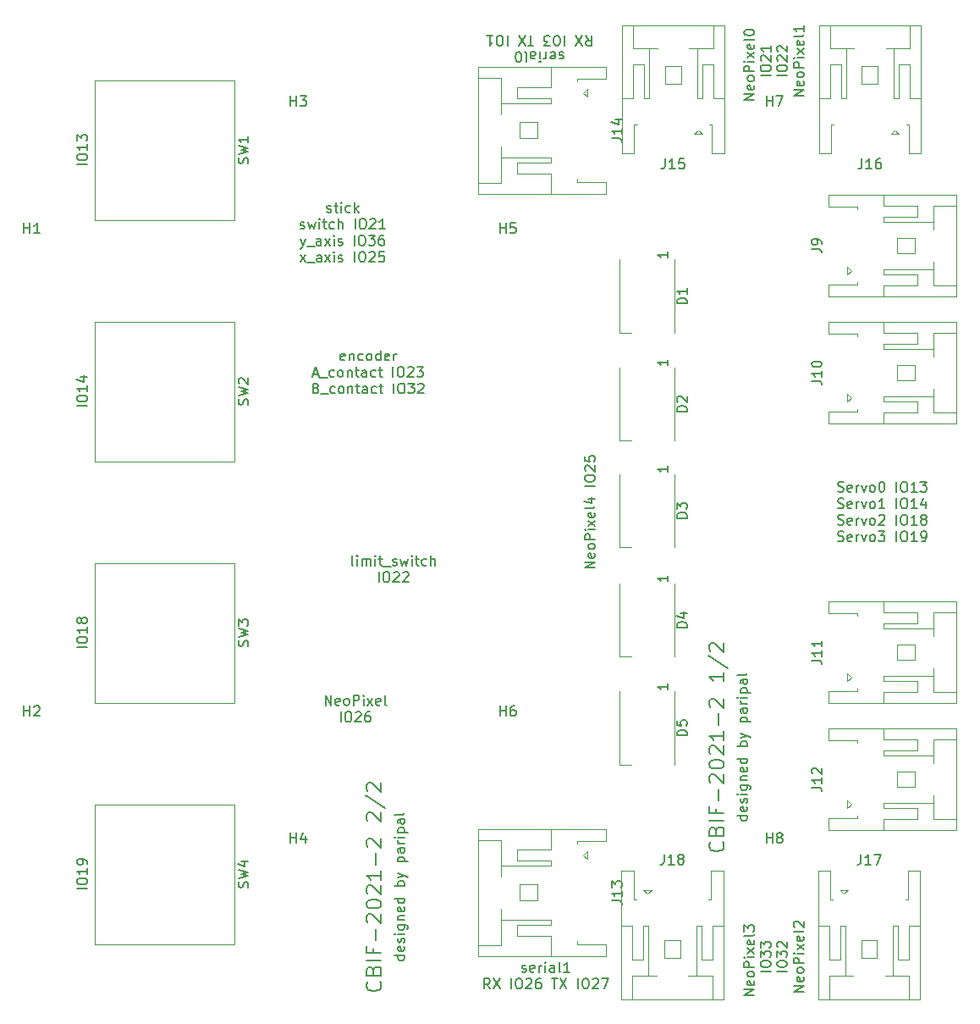
<source format=gbr>
G04 #@! TF.GenerationSoftware,KiCad,Pcbnew,(5.1.5)-3*
G04 #@! TF.CreationDate,2021-11-03T12:58:55+09:00*
G04 #@! TF.ProjectId,control_interface_boad_2021-2,636f6e74-726f-46c5-9f69-6e7465726661,rev?*
G04 #@! TF.SameCoordinates,Original*
G04 #@! TF.FileFunction,Legend,Top*
G04 #@! TF.FilePolarity,Positive*
%FSLAX46Y46*%
G04 Gerber Fmt 4.6, Leading zero omitted, Abs format (unit mm)*
G04 Created by KiCad (PCBNEW (5.1.5)-3) date 2021-11-03 12:58:55*
%MOMM*%
%LPD*%
G04 APERTURE LIST*
%ADD10C,0.150000*%
%ADD11C,0.200000*%
%ADD12C,0.120000*%
G04 APERTURE END LIST*
D10*
X100147380Y-119252142D02*
X99147380Y-119252142D01*
X100099761Y-119252142D02*
X100147380Y-119347380D01*
X100147380Y-119537857D01*
X100099761Y-119633095D01*
X100052142Y-119680714D01*
X99956904Y-119728333D01*
X99671190Y-119728333D01*
X99575952Y-119680714D01*
X99528333Y-119633095D01*
X99480714Y-119537857D01*
X99480714Y-119347380D01*
X99528333Y-119252142D01*
X100099761Y-118395000D02*
X100147380Y-118490238D01*
X100147380Y-118680714D01*
X100099761Y-118775952D01*
X100004523Y-118823571D01*
X99623571Y-118823571D01*
X99528333Y-118775952D01*
X99480714Y-118680714D01*
X99480714Y-118490238D01*
X99528333Y-118395000D01*
X99623571Y-118347380D01*
X99718809Y-118347380D01*
X99814047Y-118823571D01*
X100099761Y-117966428D02*
X100147380Y-117871190D01*
X100147380Y-117680714D01*
X100099761Y-117585476D01*
X100004523Y-117537857D01*
X99956904Y-117537857D01*
X99861666Y-117585476D01*
X99814047Y-117680714D01*
X99814047Y-117823571D01*
X99766428Y-117918809D01*
X99671190Y-117966428D01*
X99623571Y-117966428D01*
X99528333Y-117918809D01*
X99480714Y-117823571D01*
X99480714Y-117680714D01*
X99528333Y-117585476D01*
X100147380Y-117109285D02*
X99480714Y-117109285D01*
X99147380Y-117109285D02*
X99195000Y-117156904D01*
X99242619Y-117109285D01*
X99195000Y-117061666D01*
X99147380Y-117109285D01*
X99242619Y-117109285D01*
X99480714Y-116204523D02*
X100290238Y-116204523D01*
X100385476Y-116252142D01*
X100433095Y-116299761D01*
X100480714Y-116395000D01*
X100480714Y-116537857D01*
X100433095Y-116633095D01*
X100099761Y-116204523D02*
X100147380Y-116299761D01*
X100147380Y-116490238D01*
X100099761Y-116585476D01*
X100052142Y-116633095D01*
X99956904Y-116680714D01*
X99671190Y-116680714D01*
X99575952Y-116633095D01*
X99528333Y-116585476D01*
X99480714Y-116490238D01*
X99480714Y-116299761D01*
X99528333Y-116204523D01*
X99480714Y-115728333D02*
X100147380Y-115728333D01*
X99575952Y-115728333D02*
X99528333Y-115680714D01*
X99480714Y-115585476D01*
X99480714Y-115442619D01*
X99528333Y-115347380D01*
X99623571Y-115299761D01*
X100147380Y-115299761D01*
X100099761Y-114442619D02*
X100147380Y-114537857D01*
X100147380Y-114728333D01*
X100099761Y-114823571D01*
X100004523Y-114871190D01*
X99623571Y-114871190D01*
X99528333Y-114823571D01*
X99480714Y-114728333D01*
X99480714Y-114537857D01*
X99528333Y-114442619D01*
X99623571Y-114395000D01*
X99718809Y-114395000D01*
X99814047Y-114871190D01*
X100147380Y-113537857D02*
X99147380Y-113537857D01*
X100099761Y-113537857D02*
X100147380Y-113633095D01*
X100147380Y-113823571D01*
X100099761Y-113918809D01*
X100052142Y-113966428D01*
X99956904Y-114014047D01*
X99671190Y-114014047D01*
X99575952Y-113966428D01*
X99528333Y-113918809D01*
X99480714Y-113823571D01*
X99480714Y-113633095D01*
X99528333Y-113537857D01*
X100147380Y-112299761D02*
X99147380Y-112299761D01*
X99528333Y-112299761D02*
X99480714Y-112204523D01*
X99480714Y-112014047D01*
X99528333Y-111918809D01*
X99575952Y-111871190D01*
X99671190Y-111823571D01*
X99956904Y-111823571D01*
X100052142Y-111871190D01*
X100099761Y-111918809D01*
X100147380Y-112014047D01*
X100147380Y-112204523D01*
X100099761Y-112299761D01*
X99480714Y-111490238D02*
X100147380Y-111252142D01*
X99480714Y-111014047D02*
X100147380Y-111252142D01*
X100385476Y-111347380D01*
X100433095Y-111395000D01*
X100480714Y-111490238D01*
X99480714Y-109871190D02*
X100480714Y-109871190D01*
X99528333Y-109871190D02*
X99480714Y-109775952D01*
X99480714Y-109585476D01*
X99528333Y-109490238D01*
X99575952Y-109442619D01*
X99671190Y-109395000D01*
X99956904Y-109395000D01*
X100052142Y-109442619D01*
X100099761Y-109490238D01*
X100147380Y-109585476D01*
X100147380Y-109775952D01*
X100099761Y-109871190D01*
X100147380Y-108537857D02*
X99623571Y-108537857D01*
X99528333Y-108585476D01*
X99480714Y-108680714D01*
X99480714Y-108871190D01*
X99528333Y-108966428D01*
X100099761Y-108537857D02*
X100147380Y-108633095D01*
X100147380Y-108871190D01*
X100099761Y-108966428D01*
X100004523Y-109014047D01*
X99909285Y-109014047D01*
X99814047Y-108966428D01*
X99766428Y-108871190D01*
X99766428Y-108633095D01*
X99718809Y-108537857D01*
X100147380Y-108061666D02*
X99480714Y-108061666D01*
X99671190Y-108061666D02*
X99575952Y-108014047D01*
X99528333Y-107966428D01*
X99480714Y-107871190D01*
X99480714Y-107775952D01*
X100147380Y-107442619D02*
X99480714Y-107442619D01*
X99147380Y-107442619D02*
X99195000Y-107490238D01*
X99242619Y-107442619D01*
X99195000Y-107395000D01*
X99147380Y-107442619D01*
X99242619Y-107442619D01*
X99480714Y-106966428D02*
X100480714Y-106966428D01*
X99528333Y-106966428D02*
X99480714Y-106871190D01*
X99480714Y-106680714D01*
X99528333Y-106585476D01*
X99575952Y-106537857D01*
X99671190Y-106490238D01*
X99956904Y-106490238D01*
X100052142Y-106537857D01*
X100099761Y-106585476D01*
X100147380Y-106680714D01*
X100147380Y-106871190D01*
X100099761Y-106966428D01*
X100147380Y-105633095D02*
X99623571Y-105633095D01*
X99528333Y-105680714D01*
X99480714Y-105775952D01*
X99480714Y-105966428D01*
X99528333Y-106061666D01*
X100099761Y-105633095D02*
X100147380Y-105728333D01*
X100147380Y-105966428D01*
X100099761Y-106061666D01*
X100004523Y-106109285D01*
X99909285Y-106109285D01*
X99814047Y-106061666D01*
X99766428Y-105966428D01*
X99766428Y-105728333D01*
X99718809Y-105633095D01*
X100147380Y-105014047D02*
X100099761Y-105109285D01*
X100004523Y-105156904D01*
X99147380Y-105156904D01*
D11*
X97690714Y-121895000D02*
X97762142Y-121966428D01*
X97833571Y-122180714D01*
X97833571Y-122323571D01*
X97762142Y-122537857D01*
X97619285Y-122680714D01*
X97476428Y-122752142D01*
X97190714Y-122823571D01*
X96976428Y-122823571D01*
X96690714Y-122752142D01*
X96547857Y-122680714D01*
X96405000Y-122537857D01*
X96333571Y-122323571D01*
X96333571Y-122180714D01*
X96405000Y-121966428D01*
X96476428Y-121895000D01*
X97047857Y-120752142D02*
X97119285Y-120537857D01*
X97190714Y-120466428D01*
X97333571Y-120395000D01*
X97547857Y-120395000D01*
X97690714Y-120466428D01*
X97762142Y-120537857D01*
X97833571Y-120680714D01*
X97833571Y-121252142D01*
X96333571Y-121252142D01*
X96333571Y-120752142D01*
X96405000Y-120609285D01*
X96476428Y-120537857D01*
X96619285Y-120466428D01*
X96762142Y-120466428D01*
X96905000Y-120537857D01*
X96976428Y-120609285D01*
X97047857Y-120752142D01*
X97047857Y-121252142D01*
X97833571Y-119752142D02*
X96333571Y-119752142D01*
X97047857Y-118537857D02*
X97047857Y-119037857D01*
X97833571Y-119037857D02*
X96333571Y-119037857D01*
X96333571Y-118323571D01*
X97262142Y-117752142D02*
X97262142Y-116609285D01*
X96476428Y-115966428D02*
X96405000Y-115895000D01*
X96333571Y-115752142D01*
X96333571Y-115395000D01*
X96405000Y-115252142D01*
X96476428Y-115180714D01*
X96619285Y-115109285D01*
X96762142Y-115109285D01*
X96976428Y-115180714D01*
X97833571Y-116037857D01*
X97833571Y-115109285D01*
X96333571Y-114180714D02*
X96333571Y-114037857D01*
X96405000Y-113895000D01*
X96476428Y-113823571D01*
X96619285Y-113752142D01*
X96905000Y-113680714D01*
X97262142Y-113680714D01*
X97547857Y-113752142D01*
X97690714Y-113823571D01*
X97762142Y-113895000D01*
X97833571Y-114037857D01*
X97833571Y-114180714D01*
X97762142Y-114323571D01*
X97690714Y-114395000D01*
X97547857Y-114466428D01*
X97262142Y-114537857D01*
X96905000Y-114537857D01*
X96619285Y-114466428D01*
X96476428Y-114395000D01*
X96405000Y-114323571D01*
X96333571Y-114180714D01*
X96476428Y-113109285D02*
X96405000Y-113037857D01*
X96333571Y-112895000D01*
X96333571Y-112537857D01*
X96405000Y-112395000D01*
X96476428Y-112323571D01*
X96619285Y-112252142D01*
X96762142Y-112252142D01*
X96976428Y-112323571D01*
X97833571Y-113180714D01*
X97833571Y-112252142D01*
X97833571Y-110823571D02*
X97833571Y-111680714D01*
X97833571Y-111252142D02*
X96333571Y-111252142D01*
X96547857Y-111395000D01*
X96690714Y-111537857D01*
X96762142Y-111680714D01*
X97262142Y-110180714D02*
X97262142Y-109037857D01*
X96476428Y-108395000D02*
X96405000Y-108323571D01*
X96333571Y-108180714D01*
X96333571Y-107823571D01*
X96405000Y-107680714D01*
X96476428Y-107609285D01*
X96619285Y-107537857D01*
X96762142Y-107537857D01*
X96976428Y-107609285D01*
X97833571Y-108466428D01*
X97833571Y-107537857D01*
X96476428Y-105823571D02*
X96405000Y-105752142D01*
X96333571Y-105609285D01*
X96333571Y-105252142D01*
X96405000Y-105109285D01*
X96476428Y-105037857D01*
X96619285Y-104966428D01*
X96762142Y-104966428D01*
X96976428Y-105037857D01*
X97833571Y-105895000D01*
X97833571Y-104966428D01*
X96262142Y-103252142D02*
X98190714Y-104537857D01*
X96476428Y-102823571D02*
X96405000Y-102752142D01*
X96333571Y-102609285D01*
X96333571Y-102252142D01*
X96405000Y-102109285D01*
X96476428Y-102037857D01*
X96619285Y-101966428D01*
X96762142Y-101966428D01*
X96976428Y-102037857D01*
X97833571Y-102895000D01*
X97833571Y-101966428D01*
D10*
X134437380Y-105282142D02*
X133437380Y-105282142D01*
X134389761Y-105282142D02*
X134437380Y-105377380D01*
X134437380Y-105567857D01*
X134389761Y-105663095D01*
X134342142Y-105710714D01*
X134246904Y-105758333D01*
X133961190Y-105758333D01*
X133865952Y-105710714D01*
X133818333Y-105663095D01*
X133770714Y-105567857D01*
X133770714Y-105377380D01*
X133818333Y-105282142D01*
X134389761Y-104425000D02*
X134437380Y-104520238D01*
X134437380Y-104710714D01*
X134389761Y-104805952D01*
X134294523Y-104853571D01*
X133913571Y-104853571D01*
X133818333Y-104805952D01*
X133770714Y-104710714D01*
X133770714Y-104520238D01*
X133818333Y-104425000D01*
X133913571Y-104377380D01*
X134008809Y-104377380D01*
X134104047Y-104853571D01*
X134389761Y-103996428D02*
X134437380Y-103901190D01*
X134437380Y-103710714D01*
X134389761Y-103615476D01*
X134294523Y-103567857D01*
X134246904Y-103567857D01*
X134151666Y-103615476D01*
X134104047Y-103710714D01*
X134104047Y-103853571D01*
X134056428Y-103948809D01*
X133961190Y-103996428D01*
X133913571Y-103996428D01*
X133818333Y-103948809D01*
X133770714Y-103853571D01*
X133770714Y-103710714D01*
X133818333Y-103615476D01*
X134437380Y-103139285D02*
X133770714Y-103139285D01*
X133437380Y-103139285D02*
X133485000Y-103186904D01*
X133532619Y-103139285D01*
X133485000Y-103091666D01*
X133437380Y-103139285D01*
X133532619Y-103139285D01*
X133770714Y-102234523D02*
X134580238Y-102234523D01*
X134675476Y-102282142D01*
X134723095Y-102329761D01*
X134770714Y-102425000D01*
X134770714Y-102567857D01*
X134723095Y-102663095D01*
X134389761Y-102234523D02*
X134437380Y-102329761D01*
X134437380Y-102520238D01*
X134389761Y-102615476D01*
X134342142Y-102663095D01*
X134246904Y-102710714D01*
X133961190Y-102710714D01*
X133865952Y-102663095D01*
X133818333Y-102615476D01*
X133770714Y-102520238D01*
X133770714Y-102329761D01*
X133818333Y-102234523D01*
X133770714Y-101758333D02*
X134437380Y-101758333D01*
X133865952Y-101758333D02*
X133818333Y-101710714D01*
X133770714Y-101615476D01*
X133770714Y-101472619D01*
X133818333Y-101377380D01*
X133913571Y-101329761D01*
X134437380Y-101329761D01*
X134389761Y-100472619D02*
X134437380Y-100567857D01*
X134437380Y-100758333D01*
X134389761Y-100853571D01*
X134294523Y-100901190D01*
X133913571Y-100901190D01*
X133818333Y-100853571D01*
X133770714Y-100758333D01*
X133770714Y-100567857D01*
X133818333Y-100472619D01*
X133913571Y-100425000D01*
X134008809Y-100425000D01*
X134104047Y-100901190D01*
X134437380Y-99567857D02*
X133437380Y-99567857D01*
X134389761Y-99567857D02*
X134437380Y-99663095D01*
X134437380Y-99853571D01*
X134389761Y-99948809D01*
X134342142Y-99996428D01*
X134246904Y-100044047D01*
X133961190Y-100044047D01*
X133865952Y-99996428D01*
X133818333Y-99948809D01*
X133770714Y-99853571D01*
X133770714Y-99663095D01*
X133818333Y-99567857D01*
X134437380Y-98329761D02*
X133437380Y-98329761D01*
X133818333Y-98329761D02*
X133770714Y-98234523D01*
X133770714Y-98044047D01*
X133818333Y-97948809D01*
X133865952Y-97901190D01*
X133961190Y-97853571D01*
X134246904Y-97853571D01*
X134342142Y-97901190D01*
X134389761Y-97948809D01*
X134437380Y-98044047D01*
X134437380Y-98234523D01*
X134389761Y-98329761D01*
X133770714Y-97520238D02*
X134437380Y-97282142D01*
X133770714Y-97044047D02*
X134437380Y-97282142D01*
X134675476Y-97377380D01*
X134723095Y-97425000D01*
X134770714Y-97520238D01*
X133770714Y-95901190D02*
X134770714Y-95901190D01*
X133818333Y-95901190D02*
X133770714Y-95805952D01*
X133770714Y-95615476D01*
X133818333Y-95520238D01*
X133865952Y-95472619D01*
X133961190Y-95425000D01*
X134246904Y-95425000D01*
X134342142Y-95472619D01*
X134389761Y-95520238D01*
X134437380Y-95615476D01*
X134437380Y-95805952D01*
X134389761Y-95901190D01*
X134437380Y-94567857D02*
X133913571Y-94567857D01*
X133818333Y-94615476D01*
X133770714Y-94710714D01*
X133770714Y-94901190D01*
X133818333Y-94996428D01*
X134389761Y-94567857D02*
X134437380Y-94663095D01*
X134437380Y-94901190D01*
X134389761Y-94996428D01*
X134294523Y-95044047D01*
X134199285Y-95044047D01*
X134104047Y-94996428D01*
X134056428Y-94901190D01*
X134056428Y-94663095D01*
X134008809Y-94567857D01*
X134437380Y-94091666D02*
X133770714Y-94091666D01*
X133961190Y-94091666D02*
X133865952Y-94044047D01*
X133818333Y-93996428D01*
X133770714Y-93901190D01*
X133770714Y-93805952D01*
X134437380Y-93472619D02*
X133770714Y-93472619D01*
X133437380Y-93472619D02*
X133485000Y-93520238D01*
X133532619Y-93472619D01*
X133485000Y-93425000D01*
X133437380Y-93472619D01*
X133532619Y-93472619D01*
X133770714Y-92996428D02*
X134770714Y-92996428D01*
X133818333Y-92996428D02*
X133770714Y-92901190D01*
X133770714Y-92710714D01*
X133818333Y-92615476D01*
X133865952Y-92567857D01*
X133961190Y-92520238D01*
X134246904Y-92520238D01*
X134342142Y-92567857D01*
X134389761Y-92615476D01*
X134437380Y-92710714D01*
X134437380Y-92901190D01*
X134389761Y-92996428D01*
X134437380Y-91663095D02*
X133913571Y-91663095D01*
X133818333Y-91710714D01*
X133770714Y-91805952D01*
X133770714Y-91996428D01*
X133818333Y-92091666D01*
X134389761Y-91663095D02*
X134437380Y-91758333D01*
X134437380Y-91996428D01*
X134389761Y-92091666D01*
X134294523Y-92139285D01*
X134199285Y-92139285D01*
X134104047Y-92091666D01*
X134056428Y-91996428D01*
X134056428Y-91758333D01*
X134008809Y-91663095D01*
X134437380Y-91044047D02*
X134389761Y-91139285D01*
X134294523Y-91186904D01*
X133437380Y-91186904D01*
D11*
X131980714Y-107925000D02*
X132052142Y-107996428D01*
X132123571Y-108210714D01*
X132123571Y-108353571D01*
X132052142Y-108567857D01*
X131909285Y-108710714D01*
X131766428Y-108782142D01*
X131480714Y-108853571D01*
X131266428Y-108853571D01*
X130980714Y-108782142D01*
X130837857Y-108710714D01*
X130695000Y-108567857D01*
X130623571Y-108353571D01*
X130623571Y-108210714D01*
X130695000Y-107996428D01*
X130766428Y-107925000D01*
X131337857Y-106782142D02*
X131409285Y-106567857D01*
X131480714Y-106496428D01*
X131623571Y-106425000D01*
X131837857Y-106425000D01*
X131980714Y-106496428D01*
X132052142Y-106567857D01*
X132123571Y-106710714D01*
X132123571Y-107282142D01*
X130623571Y-107282142D01*
X130623571Y-106782142D01*
X130695000Y-106639285D01*
X130766428Y-106567857D01*
X130909285Y-106496428D01*
X131052142Y-106496428D01*
X131195000Y-106567857D01*
X131266428Y-106639285D01*
X131337857Y-106782142D01*
X131337857Y-107282142D01*
X132123571Y-105782142D02*
X130623571Y-105782142D01*
X131337857Y-104567857D02*
X131337857Y-105067857D01*
X132123571Y-105067857D02*
X130623571Y-105067857D01*
X130623571Y-104353571D01*
X131552142Y-103782142D02*
X131552142Y-102639285D01*
X130766428Y-101996428D02*
X130695000Y-101925000D01*
X130623571Y-101782142D01*
X130623571Y-101425000D01*
X130695000Y-101282142D01*
X130766428Y-101210714D01*
X130909285Y-101139285D01*
X131052142Y-101139285D01*
X131266428Y-101210714D01*
X132123571Y-102067857D01*
X132123571Y-101139285D01*
X130623571Y-100210714D02*
X130623571Y-100067857D01*
X130695000Y-99925000D01*
X130766428Y-99853571D01*
X130909285Y-99782142D01*
X131195000Y-99710714D01*
X131552142Y-99710714D01*
X131837857Y-99782142D01*
X131980714Y-99853571D01*
X132052142Y-99925000D01*
X132123571Y-100067857D01*
X132123571Y-100210714D01*
X132052142Y-100353571D01*
X131980714Y-100425000D01*
X131837857Y-100496428D01*
X131552142Y-100567857D01*
X131195000Y-100567857D01*
X130909285Y-100496428D01*
X130766428Y-100425000D01*
X130695000Y-100353571D01*
X130623571Y-100210714D01*
X130766428Y-99139285D02*
X130695000Y-99067857D01*
X130623571Y-98925000D01*
X130623571Y-98567857D01*
X130695000Y-98425000D01*
X130766428Y-98353571D01*
X130909285Y-98282142D01*
X131052142Y-98282142D01*
X131266428Y-98353571D01*
X132123571Y-99210714D01*
X132123571Y-98282142D01*
X132123571Y-96853571D02*
X132123571Y-97710714D01*
X132123571Y-97282142D02*
X130623571Y-97282142D01*
X130837857Y-97425000D01*
X130980714Y-97567857D01*
X131052142Y-97710714D01*
X131552142Y-96210714D02*
X131552142Y-95067857D01*
X130766428Y-94425000D02*
X130695000Y-94353571D01*
X130623571Y-94210714D01*
X130623571Y-93853571D01*
X130695000Y-93710714D01*
X130766428Y-93639285D01*
X130909285Y-93567857D01*
X131052142Y-93567857D01*
X131266428Y-93639285D01*
X132123571Y-94496428D01*
X132123571Y-93567857D01*
X132123571Y-90996428D02*
X132123571Y-91853571D01*
X132123571Y-91425000D02*
X130623571Y-91425000D01*
X130837857Y-91567857D01*
X130980714Y-91710714D01*
X131052142Y-91853571D01*
X130552142Y-89282142D02*
X132480714Y-90567857D01*
X130766428Y-88853571D02*
X130695000Y-88782142D01*
X130623571Y-88639285D01*
X130623571Y-88282142D01*
X130695000Y-88139285D01*
X130766428Y-88067857D01*
X130909285Y-87996428D01*
X131052142Y-87996428D01*
X131266428Y-88067857D01*
X132123571Y-88925000D01*
X132123571Y-87996428D01*
D10*
X92250000Y-94242380D02*
X92250000Y-93242380D01*
X92821428Y-94242380D01*
X92821428Y-93242380D01*
X93678571Y-94194761D02*
X93583333Y-94242380D01*
X93392857Y-94242380D01*
X93297619Y-94194761D01*
X93250000Y-94099523D01*
X93250000Y-93718571D01*
X93297619Y-93623333D01*
X93392857Y-93575714D01*
X93583333Y-93575714D01*
X93678571Y-93623333D01*
X93726190Y-93718571D01*
X93726190Y-93813809D01*
X93250000Y-93909047D01*
X94297619Y-94242380D02*
X94202380Y-94194761D01*
X94154761Y-94147142D01*
X94107142Y-94051904D01*
X94107142Y-93766190D01*
X94154761Y-93670952D01*
X94202380Y-93623333D01*
X94297619Y-93575714D01*
X94440476Y-93575714D01*
X94535714Y-93623333D01*
X94583333Y-93670952D01*
X94630952Y-93766190D01*
X94630952Y-94051904D01*
X94583333Y-94147142D01*
X94535714Y-94194761D01*
X94440476Y-94242380D01*
X94297619Y-94242380D01*
X95059523Y-94242380D02*
X95059523Y-93242380D01*
X95440476Y-93242380D01*
X95535714Y-93290000D01*
X95583333Y-93337619D01*
X95630952Y-93432857D01*
X95630952Y-93575714D01*
X95583333Y-93670952D01*
X95535714Y-93718571D01*
X95440476Y-93766190D01*
X95059523Y-93766190D01*
X96059523Y-94242380D02*
X96059523Y-93575714D01*
X96059523Y-93242380D02*
X96011904Y-93290000D01*
X96059523Y-93337619D01*
X96107142Y-93290000D01*
X96059523Y-93242380D01*
X96059523Y-93337619D01*
X96440476Y-94242380D02*
X96964285Y-93575714D01*
X96440476Y-93575714D02*
X96964285Y-94242380D01*
X97726190Y-94194761D02*
X97630952Y-94242380D01*
X97440476Y-94242380D01*
X97345238Y-94194761D01*
X97297619Y-94099523D01*
X97297619Y-93718571D01*
X97345238Y-93623333D01*
X97440476Y-93575714D01*
X97630952Y-93575714D01*
X97726190Y-93623333D01*
X97773809Y-93718571D01*
X97773809Y-93813809D01*
X97297619Y-93909047D01*
X98345238Y-94242380D02*
X98250000Y-94194761D01*
X98202380Y-94099523D01*
X98202380Y-93242380D01*
X93773809Y-95892380D02*
X93773809Y-94892380D01*
X94440476Y-94892380D02*
X94630952Y-94892380D01*
X94726190Y-94940000D01*
X94821428Y-95035238D01*
X94869047Y-95225714D01*
X94869047Y-95559047D01*
X94821428Y-95749523D01*
X94726190Y-95844761D01*
X94630952Y-95892380D01*
X94440476Y-95892380D01*
X94345238Y-95844761D01*
X94250000Y-95749523D01*
X94202380Y-95559047D01*
X94202380Y-95225714D01*
X94250000Y-95035238D01*
X94345238Y-94940000D01*
X94440476Y-94892380D01*
X95250000Y-94987619D02*
X95297619Y-94940000D01*
X95392857Y-94892380D01*
X95630952Y-94892380D01*
X95726190Y-94940000D01*
X95773809Y-94987619D01*
X95821428Y-95082857D01*
X95821428Y-95178095D01*
X95773809Y-95320952D01*
X95202380Y-95892380D01*
X95821428Y-95892380D01*
X96678571Y-94892380D02*
X96488095Y-94892380D01*
X96392857Y-94940000D01*
X96345238Y-94987619D01*
X96250000Y-95130476D01*
X96202380Y-95320952D01*
X96202380Y-95701904D01*
X96250000Y-95797142D01*
X96297619Y-95844761D01*
X96392857Y-95892380D01*
X96583333Y-95892380D01*
X96678571Y-95844761D01*
X96726190Y-95797142D01*
X96773809Y-95701904D01*
X96773809Y-95463809D01*
X96726190Y-95368571D01*
X96678571Y-95320952D01*
X96583333Y-95273333D01*
X96392857Y-95273333D01*
X96297619Y-95320952D01*
X96250000Y-95368571D01*
X96202380Y-95463809D01*
X95036190Y-80272380D02*
X94940952Y-80224761D01*
X94893333Y-80129523D01*
X94893333Y-79272380D01*
X95417142Y-80272380D02*
X95417142Y-79605714D01*
X95417142Y-79272380D02*
X95369523Y-79320000D01*
X95417142Y-79367619D01*
X95464761Y-79320000D01*
X95417142Y-79272380D01*
X95417142Y-79367619D01*
X95893333Y-80272380D02*
X95893333Y-79605714D01*
X95893333Y-79700952D02*
X95940952Y-79653333D01*
X96036190Y-79605714D01*
X96179047Y-79605714D01*
X96274285Y-79653333D01*
X96321904Y-79748571D01*
X96321904Y-80272380D01*
X96321904Y-79748571D02*
X96369523Y-79653333D01*
X96464761Y-79605714D01*
X96607619Y-79605714D01*
X96702857Y-79653333D01*
X96750476Y-79748571D01*
X96750476Y-80272380D01*
X97226666Y-80272380D02*
X97226666Y-79605714D01*
X97226666Y-79272380D02*
X97179047Y-79320000D01*
X97226666Y-79367619D01*
X97274285Y-79320000D01*
X97226666Y-79272380D01*
X97226666Y-79367619D01*
X97560000Y-79605714D02*
X97940952Y-79605714D01*
X97702857Y-79272380D02*
X97702857Y-80129523D01*
X97750476Y-80224761D01*
X97845714Y-80272380D01*
X97940952Y-80272380D01*
X98036190Y-80367619D02*
X98798095Y-80367619D01*
X98988571Y-80224761D02*
X99083809Y-80272380D01*
X99274285Y-80272380D01*
X99369523Y-80224761D01*
X99417142Y-80129523D01*
X99417142Y-80081904D01*
X99369523Y-79986666D01*
X99274285Y-79939047D01*
X99131428Y-79939047D01*
X99036190Y-79891428D01*
X98988571Y-79796190D01*
X98988571Y-79748571D01*
X99036190Y-79653333D01*
X99131428Y-79605714D01*
X99274285Y-79605714D01*
X99369523Y-79653333D01*
X99750476Y-79605714D02*
X99940952Y-80272380D01*
X100131428Y-79796190D01*
X100321904Y-80272380D01*
X100512380Y-79605714D01*
X100893333Y-80272380D02*
X100893333Y-79605714D01*
X100893333Y-79272380D02*
X100845714Y-79320000D01*
X100893333Y-79367619D01*
X100940952Y-79320000D01*
X100893333Y-79272380D01*
X100893333Y-79367619D01*
X101226666Y-79605714D02*
X101607619Y-79605714D01*
X101369523Y-79272380D02*
X101369523Y-80129523D01*
X101417142Y-80224761D01*
X101512380Y-80272380D01*
X101607619Y-80272380D01*
X102369523Y-80224761D02*
X102274285Y-80272380D01*
X102083809Y-80272380D01*
X101988571Y-80224761D01*
X101940952Y-80177142D01*
X101893333Y-80081904D01*
X101893333Y-79796190D01*
X101940952Y-79700952D01*
X101988571Y-79653333D01*
X102083809Y-79605714D01*
X102274285Y-79605714D01*
X102369523Y-79653333D01*
X102798095Y-80272380D02*
X102798095Y-79272380D01*
X103226666Y-80272380D02*
X103226666Y-79748571D01*
X103179047Y-79653333D01*
X103083809Y-79605714D01*
X102940952Y-79605714D01*
X102845714Y-79653333D01*
X102798095Y-79700952D01*
X97583809Y-81922380D02*
X97583809Y-80922380D01*
X98250476Y-80922380D02*
X98440952Y-80922380D01*
X98536190Y-80970000D01*
X98631428Y-81065238D01*
X98679047Y-81255714D01*
X98679047Y-81589047D01*
X98631428Y-81779523D01*
X98536190Y-81874761D01*
X98440952Y-81922380D01*
X98250476Y-81922380D01*
X98155238Y-81874761D01*
X98060000Y-81779523D01*
X98012380Y-81589047D01*
X98012380Y-81255714D01*
X98060000Y-81065238D01*
X98155238Y-80970000D01*
X98250476Y-80922380D01*
X99060000Y-81017619D02*
X99107619Y-80970000D01*
X99202857Y-80922380D01*
X99440952Y-80922380D01*
X99536190Y-80970000D01*
X99583809Y-81017619D01*
X99631428Y-81112857D01*
X99631428Y-81208095D01*
X99583809Y-81350952D01*
X99012380Y-81922380D01*
X99631428Y-81922380D01*
X100012380Y-81017619D02*
X100060000Y-80970000D01*
X100155238Y-80922380D01*
X100393333Y-80922380D01*
X100488571Y-80970000D01*
X100536190Y-81017619D01*
X100583809Y-81112857D01*
X100583809Y-81208095D01*
X100536190Y-81350952D01*
X99964761Y-81922380D01*
X100583809Y-81922380D01*
X94186666Y-59714761D02*
X94091428Y-59762380D01*
X93900952Y-59762380D01*
X93805714Y-59714761D01*
X93758095Y-59619523D01*
X93758095Y-59238571D01*
X93805714Y-59143333D01*
X93900952Y-59095714D01*
X94091428Y-59095714D01*
X94186666Y-59143333D01*
X94234285Y-59238571D01*
X94234285Y-59333809D01*
X93758095Y-59429047D01*
X94662857Y-59095714D02*
X94662857Y-59762380D01*
X94662857Y-59190952D02*
X94710476Y-59143333D01*
X94805714Y-59095714D01*
X94948571Y-59095714D01*
X95043809Y-59143333D01*
X95091428Y-59238571D01*
X95091428Y-59762380D01*
X95996190Y-59714761D02*
X95900952Y-59762380D01*
X95710476Y-59762380D01*
X95615238Y-59714761D01*
X95567619Y-59667142D01*
X95520000Y-59571904D01*
X95520000Y-59286190D01*
X95567619Y-59190952D01*
X95615238Y-59143333D01*
X95710476Y-59095714D01*
X95900952Y-59095714D01*
X95996190Y-59143333D01*
X96567619Y-59762380D02*
X96472380Y-59714761D01*
X96424761Y-59667142D01*
X96377142Y-59571904D01*
X96377142Y-59286190D01*
X96424761Y-59190952D01*
X96472380Y-59143333D01*
X96567619Y-59095714D01*
X96710476Y-59095714D01*
X96805714Y-59143333D01*
X96853333Y-59190952D01*
X96900952Y-59286190D01*
X96900952Y-59571904D01*
X96853333Y-59667142D01*
X96805714Y-59714761D01*
X96710476Y-59762380D01*
X96567619Y-59762380D01*
X97758095Y-59762380D02*
X97758095Y-58762380D01*
X97758095Y-59714761D02*
X97662857Y-59762380D01*
X97472380Y-59762380D01*
X97377142Y-59714761D01*
X97329523Y-59667142D01*
X97281904Y-59571904D01*
X97281904Y-59286190D01*
X97329523Y-59190952D01*
X97377142Y-59143333D01*
X97472380Y-59095714D01*
X97662857Y-59095714D01*
X97758095Y-59143333D01*
X98615238Y-59714761D02*
X98520000Y-59762380D01*
X98329523Y-59762380D01*
X98234285Y-59714761D01*
X98186666Y-59619523D01*
X98186666Y-59238571D01*
X98234285Y-59143333D01*
X98329523Y-59095714D01*
X98520000Y-59095714D01*
X98615238Y-59143333D01*
X98662857Y-59238571D01*
X98662857Y-59333809D01*
X98186666Y-59429047D01*
X99091428Y-59762380D02*
X99091428Y-59095714D01*
X99091428Y-59286190D02*
X99139047Y-59190952D01*
X99186666Y-59143333D01*
X99281904Y-59095714D01*
X99377142Y-59095714D01*
X91020000Y-61126666D02*
X91496190Y-61126666D01*
X90924761Y-61412380D02*
X91258095Y-60412380D01*
X91591428Y-61412380D01*
X91686666Y-61507619D02*
X92448571Y-61507619D01*
X93115238Y-61364761D02*
X93020000Y-61412380D01*
X92829523Y-61412380D01*
X92734285Y-61364761D01*
X92686666Y-61317142D01*
X92639047Y-61221904D01*
X92639047Y-60936190D01*
X92686666Y-60840952D01*
X92734285Y-60793333D01*
X92829523Y-60745714D01*
X93020000Y-60745714D01*
X93115238Y-60793333D01*
X93686666Y-61412380D02*
X93591428Y-61364761D01*
X93543809Y-61317142D01*
X93496190Y-61221904D01*
X93496190Y-60936190D01*
X93543809Y-60840952D01*
X93591428Y-60793333D01*
X93686666Y-60745714D01*
X93829523Y-60745714D01*
X93924761Y-60793333D01*
X93972380Y-60840952D01*
X94020000Y-60936190D01*
X94020000Y-61221904D01*
X93972380Y-61317142D01*
X93924761Y-61364761D01*
X93829523Y-61412380D01*
X93686666Y-61412380D01*
X94448571Y-60745714D02*
X94448571Y-61412380D01*
X94448571Y-60840952D02*
X94496190Y-60793333D01*
X94591428Y-60745714D01*
X94734285Y-60745714D01*
X94829523Y-60793333D01*
X94877142Y-60888571D01*
X94877142Y-61412380D01*
X95210476Y-60745714D02*
X95591428Y-60745714D01*
X95353333Y-60412380D02*
X95353333Y-61269523D01*
X95400952Y-61364761D01*
X95496190Y-61412380D01*
X95591428Y-61412380D01*
X96353333Y-61412380D02*
X96353333Y-60888571D01*
X96305714Y-60793333D01*
X96210476Y-60745714D01*
X96020000Y-60745714D01*
X95924761Y-60793333D01*
X96353333Y-61364761D02*
X96258095Y-61412380D01*
X96020000Y-61412380D01*
X95924761Y-61364761D01*
X95877142Y-61269523D01*
X95877142Y-61174285D01*
X95924761Y-61079047D01*
X96020000Y-61031428D01*
X96258095Y-61031428D01*
X96353333Y-60983809D01*
X97258095Y-61364761D02*
X97162857Y-61412380D01*
X96972380Y-61412380D01*
X96877142Y-61364761D01*
X96829523Y-61317142D01*
X96781904Y-61221904D01*
X96781904Y-60936190D01*
X96829523Y-60840952D01*
X96877142Y-60793333D01*
X96972380Y-60745714D01*
X97162857Y-60745714D01*
X97258095Y-60793333D01*
X97543809Y-60745714D02*
X97924761Y-60745714D01*
X97686666Y-60412380D02*
X97686666Y-61269523D01*
X97734285Y-61364761D01*
X97829523Y-61412380D01*
X97924761Y-61412380D01*
X99020000Y-61412380D02*
X99020000Y-60412380D01*
X99686666Y-60412380D02*
X99877142Y-60412380D01*
X99972380Y-60460000D01*
X100067619Y-60555238D01*
X100115238Y-60745714D01*
X100115238Y-61079047D01*
X100067619Y-61269523D01*
X99972380Y-61364761D01*
X99877142Y-61412380D01*
X99686666Y-61412380D01*
X99591428Y-61364761D01*
X99496190Y-61269523D01*
X99448571Y-61079047D01*
X99448571Y-60745714D01*
X99496190Y-60555238D01*
X99591428Y-60460000D01*
X99686666Y-60412380D01*
X100496190Y-60507619D02*
X100543809Y-60460000D01*
X100639047Y-60412380D01*
X100877142Y-60412380D01*
X100972380Y-60460000D01*
X101020000Y-60507619D01*
X101067619Y-60602857D01*
X101067619Y-60698095D01*
X101020000Y-60840952D01*
X100448571Y-61412380D01*
X101067619Y-61412380D01*
X101400952Y-60412380D02*
X102020000Y-60412380D01*
X101686666Y-60793333D01*
X101829523Y-60793333D01*
X101924761Y-60840952D01*
X101972380Y-60888571D01*
X102020000Y-60983809D01*
X102020000Y-61221904D01*
X101972380Y-61317142D01*
X101924761Y-61364761D01*
X101829523Y-61412380D01*
X101543809Y-61412380D01*
X101448571Y-61364761D01*
X101400952Y-61317142D01*
X91329523Y-62538571D02*
X91472380Y-62586190D01*
X91520000Y-62633809D01*
X91567619Y-62729047D01*
X91567619Y-62871904D01*
X91520000Y-62967142D01*
X91472380Y-63014761D01*
X91377142Y-63062380D01*
X90996190Y-63062380D01*
X90996190Y-62062380D01*
X91329523Y-62062380D01*
X91424761Y-62110000D01*
X91472380Y-62157619D01*
X91520000Y-62252857D01*
X91520000Y-62348095D01*
X91472380Y-62443333D01*
X91424761Y-62490952D01*
X91329523Y-62538571D01*
X90996190Y-62538571D01*
X91758095Y-63157619D02*
X92520000Y-63157619D01*
X93186666Y-63014761D02*
X93091428Y-63062380D01*
X92900952Y-63062380D01*
X92805714Y-63014761D01*
X92758095Y-62967142D01*
X92710476Y-62871904D01*
X92710476Y-62586190D01*
X92758095Y-62490952D01*
X92805714Y-62443333D01*
X92900952Y-62395714D01*
X93091428Y-62395714D01*
X93186666Y-62443333D01*
X93758095Y-63062380D02*
X93662857Y-63014761D01*
X93615238Y-62967142D01*
X93567619Y-62871904D01*
X93567619Y-62586190D01*
X93615238Y-62490952D01*
X93662857Y-62443333D01*
X93758095Y-62395714D01*
X93900952Y-62395714D01*
X93996190Y-62443333D01*
X94043809Y-62490952D01*
X94091428Y-62586190D01*
X94091428Y-62871904D01*
X94043809Y-62967142D01*
X93996190Y-63014761D01*
X93900952Y-63062380D01*
X93758095Y-63062380D01*
X94520000Y-62395714D02*
X94520000Y-63062380D01*
X94520000Y-62490952D02*
X94567619Y-62443333D01*
X94662857Y-62395714D01*
X94805714Y-62395714D01*
X94900952Y-62443333D01*
X94948571Y-62538571D01*
X94948571Y-63062380D01*
X95281904Y-62395714D02*
X95662857Y-62395714D01*
X95424761Y-62062380D02*
X95424761Y-62919523D01*
X95472380Y-63014761D01*
X95567619Y-63062380D01*
X95662857Y-63062380D01*
X96424761Y-63062380D02*
X96424761Y-62538571D01*
X96377142Y-62443333D01*
X96281904Y-62395714D01*
X96091428Y-62395714D01*
X95996190Y-62443333D01*
X96424761Y-63014761D02*
X96329523Y-63062380D01*
X96091428Y-63062380D01*
X95996190Y-63014761D01*
X95948571Y-62919523D01*
X95948571Y-62824285D01*
X95996190Y-62729047D01*
X96091428Y-62681428D01*
X96329523Y-62681428D01*
X96424761Y-62633809D01*
X97329523Y-63014761D02*
X97234285Y-63062380D01*
X97043809Y-63062380D01*
X96948571Y-63014761D01*
X96900952Y-62967142D01*
X96853333Y-62871904D01*
X96853333Y-62586190D01*
X96900952Y-62490952D01*
X96948571Y-62443333D01*
X97043809Y-62395714D01*
X97234285Y-62395714D01*
X97329523Y-62443333D01*
X97615238Y-62395714D02*
X97996190Y-62395714D01*
X97758095Y-62062380D02*
X97758095Y-62919523D01*
X97805714Y-63014761D01*
X97900952Y-63062380D01*
X97996190Y-63062380D01*
X99091428Y-63062380D02*
X99091428Y-62062380D01*
X99758095Y-62062380D02*
X99948571Y-62062380D01*
X100043809Y-62110000D01*
X100139047Y-62205238D01*
X100186666Y-62395714D01*
X100186666Y-62729047D01*
X100139047Y-62919523D01*
X100043809Y-63014761D01*
X99948571Y-63062380D01*
X99758095Y-63062380D01*
X99662857Y-63014761D01*
X99567619Y-62919523D01*
X99520000Y-62729047D01*
X99520000Y-62395714D01*
X99567619Y-62205238D01*
X99662857Y-62110000D01*
X99758095Y-62062380D01*
X100520000Y-62062380D02*
X101139047Y-62062380D01*
X100805714Y-62443333D01*
X100948571Y-62443333D01*
X101043809Y-62490952D01*
X101091428Y-62538571D01*
X101139047Y-62633809D01*
X101139047Y-62871904D01*
X101091428Y-62967142D01*
X101043809Y-63014761D01*
X100948571Y-63062380D01*
X100662857Y-63062380D01*
X100567619Y-63014761D01*
X100520000Y-62967142D01*
X101520000Y-62157619D02*
X101567619Y-62110000D01*
X101662857Y-62062380D01*
X101900952Y-62062380D01*
X101996190Y-62110000D01*
X102043809Y-62157619D01*
X102091428Y-62252857D01*
X102091428Y-62348095D01*
X102043809Y-62490952D01*
X101472380Y-63062380D01*
X102091428Y-63062380D01*
X92408571Y-44919761D02*
X92503809Y-44967380D01*
X92694285Y-44967380D01*
X92789523Y-44919761D01*
X92837142Y-44824523D01*
X92837142Y-44776904D01*
X92789523Y-44681666D01*
X92694285Y-44634047D01*
X92551428Y-44634047D01*
X92456190Y-44586428D01*
X92408571Y-44491190D01*
X92408571Y-44443571D01*
X92456190Y-44348333D01*
X92551428Y-44300714D01*
X92694285Y-44300714D01*
X92789523Y-44348333D01*
X93122857Y-44300714D02*
X93503809Y-44300714D01*
X93265714Y-43967380D02*
X93265714Y-44824523D01*
X93313333Y-44919761D01*
X93408571Y-44967380D01*
X93503809Y-44967380D01*
X93837142Y-44967380D02*
X93837142Y-44300714D01*
X93837142Y-43967380D02*
X93789523Y-44015000D01*
X93837142Y-44062619D01*
X93884761Y-44015000D01*
X93837142Y-43967380D01*
X93837142Y-44062619D01*
X94741904Y-44919761D02*
X94646666Y-44967380D01*
X94456190Y-44967380D01*
X94360952Y-44919761D01*
X94313333Y-44872142D01*
X94265714Y-44776904D01*
X94265714Y-44491190D01*
X94313333Y-44395952D01*
X94360952Y-44348333D01*
X94456190Y-44300714D01*
X94646666Y-44300714D01*
X94741904Y-44348333D01*
X95170476Y-44967380D02*
X95170476Y-43967380D01*
X95265714Y-44586428D02*
X95551428Y-44967380D01*
X95551428Y-44300714D02*
X95170476Y-44681666D01*
X89741904Y-46569761D02*
X89837142Y-46617380D01*
X90027619Y-46617380D01*
X90122857Y-46569761D01*
X90170476Y-46474523D01*
X90170476Y-46426904D01*
X90122857Y-46331666D01*
X90027619Y-46284047D01*
X89884761Y-46284047D01*
X89789523Y-46236428D01*
X89741904Y-46141190D01*
X89741904Y-46093571D01*
X89789523Y-45998333D01*
X89884761Y-45950714D01*
X90027619Y-45950714D01*
X90122857Y-45998333D01*
X90503809Y-45950714D02*
X90694285Y-46617380D01*
X90884761Y-46141190D01*
X91075238Y-46617380D01*
X91265714Y-45950714D01*
X91646666Y-46617380D02*
X91646666Y-45950714D01*
X91646666Y-45617380D02*
X91599047Y-45665000D01*
X91646666Y-45712619D01*
X91694285Y-45665000D01*
X91646666Y-45617380D01*
X91646666Y-45712619D01*
X91980000Y-45950714D02*
X92360952Y-45950714D01*
X92122857Y-45617380D02*
X92122857Y-46474523D01*
X92170476Y-46569761D01*
X92265714Y-46617380D01*
X92360952Y-46617380D01*
X93122857Y-46569761D02*
X93027619Y-46617380D01*
X92837142Y-46617380D01*
X92741904Y-46569761D01*
X92694285Y-46522142D01*
X92646666Y-46426904D01*
X92646666Y-46141190D01*
X92694285Y-46045952D01*
X92741904Y-45998333D01*
X92837142Y-45950714D01*
X93027619Y-45950714D01*
X93122857Y-45998333D01*
X93551428Y-46617380D02*
X93551428Y-45617380D01*
X93980000Y-46617380D02*
X93980000Y-46093571D01*
X93932380Y-45998333D01*
X93837142Y-45950714D01*
X93694285Y-45950714D01*
X93599047Y-45998333D01*
X93551428Y-46045952D01*
X95218095Y-46617380D02*
X95218095Y-45617380D01*
X95884761Y-45617380D02*
X96075238Y-45617380D01*
X96170476Y-45665000D01*
X96265714Y-45760238D01*
X96313333Y-45950714D01*
X96313333Y-46284047D01*
X96265714Y-46474523D01*
X96170476Y-46569761D01*
X96075238Y-46617380D01*
X95884761Y-46617380D01*
X95789523Y-46569761D01*
X95694285Y-46474523D01*
X95646666Y-46284047D01*
X95646666Y-45950714D01*
X95694285Y-45760238D01*
X95789523Y-45665000D01*
X95884761Y-45617380D01*
X96694285Y-45712619D02*
X96741904Y-45665000D01*
X96837142Y-45617380D01*
X97075238Y-45617380D01*
X97170476Y-45665000D01*
X97218095Y-45712619D01*
X97265714Y-45807857D01*
X97265714Y-45903095D01*
X97218095Y-46045952D01*
X96646666Y-46617380D01*
X97265714Y-46617380D01*
X98218095Y-46617380D02*
X97646666Y-46617380D01*
X97932380Y-46617380D02*
X97932380Y-45617380D01*
X97837142Y-45760238D01*
X97741904Y-45855476D01*
X97646666Y-45903095D01*
X89765714Y-47600714D02*
X90003809Y-48267380D01*
X90241904Y-47600714D02*
X90003809Y-48267380D01*
X89908571Y-48505476D01*
X89860952Y-48553095D01*
X89765714Y-48600714D01*
X90384761Y-48362619D02*
X91146666Y-48362619D01*
X91813333Y-48267380D02*
X91813333Y-47743571D01*
X91765714Y-47648333D01*
X91670476Y-47600714D01*
X91480000Y-47600714D01*
X91384761Y-47648333D01*
X91813333Y-48219761D02*
X91718095Y-48267380D01*
X91480000Y-48267380D01*
X91384761Y-48219761D01*
X91337142Y-48124523D01*
X91337142Y-48029285D01*
X91384761Y-47934047D01*
X91480000Y-47886428D01*
X91718095Y-47886428D01*
X91813333Y-47838809D01*
X92194285Y-48267380D02*
X92718095Y-47600714D01*
X92194285Y-47600714D02*
X92718095Y-48267380D01*
X93099047Y-48267380D02*
X93099047Y-47600714D01*
X93099047Y-47267380D02*
X93051428Y-47315000D01*
X93099047Y-47362619D01*
X93146666Y-47315000D01*
X93099047Y-47267380D01*
X93099047Y-47362619D01*
X93527619Y-48219761D02*
X93622857Y-48267380D01*
X93813333Y-48267380D01*
X93908571Y-48219761D01*
X93956190Y-48124523D01*
X93956190Y-48076904D01*
X93908571Y-47981666D01*
X93813333Y-47934047D01*
X93670476Y-47934047D01*
X93575238Y-47886428D01*
X93527619Y-47791190D01*
X93527619Y-47743571D01*
X93575238Y-47648333D01*
X93670476Y-47600714D01*
X93813333Y-47600714D01*
X93908571Y-47648333D01*
X95146666Y-48267380D02*
X95146666Y-47267380D01*
X95813333Y-47267380D02*
X96003809Y-47267380D01*
X96099047Y-47315000D01*
X96194285Y-47410238D01*
X96241904Y-47600714D01*
X96241904Y-47934047D01*
X96194285Y-48124523D01*
X96099047Y-48219761D01*
X96003809Y-48267380D01*
X95813333Y-48267380D01*
X95718095Y-48219761D01*
X95622857Y-48124523D01*
X95575238Y-47934047D01*
X95575238Y-47600714D01*
X95622857Y-47410238D01*
X95718095Y-47315000D01*
X95813333Y-47267380D01*
X96575238Y-47267380D02*
X97194285Y-47267380D01*
X96860952Y-47648333D01*
X97003809Y-47648333D01*
X97099047Y-47695952D01*
X97146666Y-47743571D01*
X97194285Y-47838809D01*
X97194285Y-48076904D01*
X97146666Y-48172142D01*
X97099047Y-48219761D01*
X97003809Y-48267380D01*
X96718095Y-48267380D01*
X96622857Y-48219761D01*
X96575238Y-48172142D01*
X98051428Y-47267380D02*
X97860952Y-47267380D01*
X97765714Y-47315000D01*
X97718095Y-47362619D01*
X97622857Y-47505476D01*
X97575238Y-47695952D01*
X97575238Y-48076904D01*
X97622857Y-48172142D01*
X97670476Y-48219761D01*
X97765714Y-48267380D01*
X97956190Y-48267380D01*
X98051428Y-48219761D01*
X98099047Y-48172142D01*
X98146666Y-48076904D01*
X98146666Y-47838809D01*
X98099047Y-47743571D01*
X98051428Y-47695952D01*
X97956190Y-47648333D01*
X97765714Y-47648333D01*
X97670476Y-47695952D01*
X97622857Y-47743571D01*
X97575238Y-47838809D01*
X89741904Y-49917380D02*
X90265714Y-49250714D01*
X89741904Y-49250714D02*
X90265714Y-49917380D01*
X90408571Y-50012619D02*
X91170476Y-50012619D01*
X91837142Y-49917380D02*
X91837142Y-49393571D01*
X91789523Y-49298333D01*
X91694285Y-49250714D01*
X91503809Y-49250714D01*
X91408571Y-49298333D01*
X91837142Y-49869761D02*
X91741904Y-49917380D01*
X91503809Y-49917380D01*
X91408571Y-49869761D01*
X91360952Y-49774523D01*
X91360952Y-49679285D01*
X91408571Y-49584047D01*
X91503809Y-49536428D01*
X91741904Y-49536428D01*
X91837142Y-49488809D01*
X92218095Y-49917380D02*
X92741904Y-49250714D01*
X92218095Y-49250714D02*
X92741904Y-49917380D01*
X93122857Y-49917380D02*
X93122857Y-49250714D01*
X93122857Y-48917380D02*
X93075238Y-48965000D01*
X93122857Y-49012619D01*
X93170476Y-48965000D01*
X93122857Y-48917380D01*
X93122857Y-49012619D01*
X93551428Y-49869761D02*
X93646666Y-49917380D01*
X93837142Y-49917380D01*
X93932380Y-49869761D01*
X93980000Y-49774523D01*
X93980000Y-49726904D01*
X93932380Y-49631666D01*
X93837142Y-49584047D01*
X93694285Y-49584047D01*
X93599047Y-49536428D01*
X93551428Y-49441190D01*
X93551428Y-49393571D01*
X93599047Y-49298333D01*
X93694285Y-49250714D01*
X93837142Y-49250714D01*
X93932380Y-49298333D01*
X95170476Y-49917380D02*
X95170476Y-48917380D01*
X95837142Y-48917380D02*
X96027619Y-48917380D01*
X96122857Y-48965000D01*
X96218095Y-49060238D01*
X96265714Y-49250714D01*
X96265714Y-49584047D01*
X96218095Y-49774523D01*
X96122857Y-49869761D01*
X96027619Y-49917380D01*
X95837142Y-49917380D01*
X95741904Y-49869761D01*
X95646666Y-49774523D01*
X95599047Y-49584047D01*
X95599047Y-49250714D01*
X95646666Y-49060238D01*
X95741904Y-48965000D01*
X95837142Y-48917380D01*
X96646666Y-49012619D02*
X96694285Y-48965000D01*
X96789523Y-48917380D01*
X97027619Y-48917380D01*
X97122857Y-48965000D01*
X97170476Y-49012619D01*
X97218095Y-49107857D01*
X97218095Y-49203095D01*
X97170476Y-49345952D01*
X96599047Y-49917380D01*
X97218095Y-49917380D01*
X98122857Y-48917380D02*
X97646666Y-48917380D01*
X97599047Y-49393571D01*
X97646666Y-49345952D01*
X97741904Y-49298333D01*
X97980000Y-49298333D01*
X98075238Y-49345952D01*
X98122857Y-49393571D01*
X98170476Y-49488809D01*
X98170476Y-49726904D01*
X98122857Y-49822142D01*
X98075238Y-49869761D01*
X97980000Y-49917380D01*
X97741904Y-49917380D01*
X97646666Y-49869761D01*
X97599047Y-49822142D01*
X68397380Y-112601190D02*
X67397380Y-112601190D01*
X67397380Y-111934523D02*
X67397380Y-111744047D01*
X67445000Y-111648809D01*
X67540238Y-111553571D01*
X67730714Y-111505952D01*
X68064047Y-111505952D01*
X68254523Y-111553571D01*
X68349761Y-111648809D01*
X68397380Y-111744047D01*
X68397380Y-111934523D01*
X68349761Y-112029761D01*
X68254523Y-112125000D01*
X68064047Y-112172619D01*
X67730714Y-112172619D01*
X67540238Y-112125000D01*
X67445000Y-112029761D01*
X67397380Y-111934523D01*
X68397380Y-110553571D02*
X68397380Y-111125000D01*
X68397380Y-110839285D02*
X67397380Y-110839285D01*
X67540238Y-110934523D01*
X67635476Y-111029761D01*
X67683095Y-111125000D01*
X68397380Y-110077380D02*
X68397380Y-109886904D01*
X68349761Y-109791666D01*
X68302142Y-109744047D01*
X68159285Y-109648809D01*
X67968809Y-109601190D01*
X67587857Y-109601190D01*
X67492619Y-109648809D01*
X67445000Y-109696428D01*
X67397380Y-109791666D01*
X67397380Y-109982142D01*
X67445000Y-110077380D01*
X67492619Y-110125000D01*
X67587857Y-110172619D01*
X67825952Y-110172619D01*
X67921190Y-110125000D01*
X67968809Y-110077380D01*
X68016428Y-109982142D01*
X68016428Y-109791666D01*
X67968809Y-109696428D01*
X67921190Y-109648809D01*
X67825952Y-109601190D01*
X68397380Y-88471190D02*
X67397380Y-88471190D01*
X67397380Y-87804523D02*
X67397380Y-87614047D01*
X67445000Y-87518809D01*
X67540238Y-87423571D01*
X67730714Y-87375952D01*
X68064047Y-87375952D01*
X68254523Y-87423571D01*
X68349761Y-87518809D01*
X68397380Y-87614047D01*
X68397380Y-87804523D01*
X68349761Y-87899761D01*
X68254523Y-87995000D01*
X68064047Y-88042619D01*
X67730714Y-88042619D01*
X67540238Y-87995000D01*
X67445000Y-87899761D01*
X67397380Y-87804523D01*
X68397380Y-86423571D02*
X68397380Y-86995000D01*
X68397380Y-86709285D02*
X67397380Y-86709285D01*
X67540238Y-86804523D01*
X67635476Y-86899761D01*
X67683095Y-86995000D01*
X67825952Y-85852142D02*
X67778333Y-85947380D01*
X67730714Y-85995000D01*
X67635476Y-86042619D01*
X67587857Y-86042619D01*
X67492619Y-85995000D01*
X67445000Y-85947380D01*
X67397380Y-85852142D01*
X67397380Y-85661666D01*
X67445000Y-85566428D01*
X67492619Y-85518809D01*
X67587857Y-85471190D01*
X67635476Y-85471190D01*
X67730714Y-85518809D01*
X67778333Y-85566428D01*
X67825952Y-85661666D01*
X67825952Y-85852142D01*
X67873571Y-85947380D01*
X67921190Y-85995000D01*
X68016428Y-86042619D01*
X68206904Y-86042619D01*
X68302142Y-85995000D01*
X68349761Y-85947380D01*
X68397380Y-85852142D01*
X68397380Y-85661666D01*
X68349761Y-85566428D01*
X68302142Y-85518809D01*
X68206904Y-85471190D01*
X68016428Y-85471190D01*
X67921190Y-85518809D01*
X67873571Y-85566428D01*
X67825952Y-85661666D01*
X68397380Y-64341190D02*
X67397380Y-64341190D01*
X67397380Y-63674523D02*
X67397380Y-63484047D01*
X67445000Y-63388809D01*
X67540238Y-63293571D01*
X67730714Y-63245952D01*
X68064047Y-63245952D01*
X68254523Y-63293571D01*
X68349761Y-63388809D01*
X68397380Y-63484047D01*
X68397380Y-63674523D01*
X68349761Y-63769761D01*
X68254523Y-63865000D01*
X68064047Y-63912619D01*
X67730714Y-63912619D01*
X67540238Y-63865000D01*
X67445000Y-63769761D01*
X67397380Y-63674523D01*
X68397380Y-62293571D02*
X68397380Y-62865000D01*
X68397380Y-62579285D02*
X67397380Y-62579285D01*
X67540238Y-62674523D01*
X67635476Y-62769761D01*
X67683095Y-62865000D01*
X67730714Y-61436428D02*
X68397380Y-61436428D01*
X67349761Y-61674523D02*
X68064047Y-61912619D01*
X68064047Y-61293571D01*
X68397380Y-40211190D02*
X67397380Y-40211190D01*
X67397380Y-39544523D02*
X67397380Y-39354047D01*
X67445000Y-39258809D01*
X67540238Y-39163571D01*
X67730714Y-39115952D01*
X68064047Y-39115952D01*
X68254523Y-39163571D01*
X68349761Y-39258809D01*
X68397380Y-39354047D01*
X68397380Y-39544523D01*
X68349761Y-39639761D01*
X68254523Y-39735000D01*
X68064047Y-39782619D01*
X67730714Y-39782619D01*
X67540238Y-39735000D01*
X67445000Y-39639761D01*
X67397380Y-39544523D01*
X68397380Y-38163571D02*
X68397380Y-38735000D01*
X68397380Y-38449285D02*
X67397380Y-38449285D01*
X67540238Y-38544523D01*
X67635476Y-38639761D01*
X67683095Y-38735000D01*
X67397380Y-37830238D02*
X67397380Y-37211190D01*
X67778333Y-37544523D01*
X67778333Y-37401666D01*
X67825952Y-37306428D01*
X67873571Y-37258809D01*
X67968809Y-37211190D01*
X68206904Y-37211190D01*
X68302142Y-37258809D01*
X68349761Y-37306428D01*
X68397380Y-37401666D01*
X68397380Y-37687380D01*
X68349761Y-37782619D01*
X68302142Y-37830238D01*
X119197380Y-80501428D02*
X118197380Y-80501428D01*
X119197380Y-79930000D01*
X118197380Y-79930000D01*
X119149761Y-79072857D02*
X119197380Y-79168095D01*
X119197380Y-79358571D01*
X119149761Y-79453809D01*
X119054523Y-79501428D01*
X118673571Y-79501428D01*
X118578333Y-79453809D01*
X118530714Y-79358571D01*
X118530714Y-79168095D01*
X118578333Y-79072857D01*
X118673571Y-79025238D01*
X118768809Y-79025238D01*
X118864047Y-79501428D01*
X119197380Y-78453809D02*
X119149761Y-78549047D01*
X119102142Y-78596666D01*
X119006904Y-78644285D01*
X118721190Y-78644285D01*
X118625952Y-78596666D01*
X118578333Y-78549047D01*
X118530714Y-78453809D01*
X118530714Y-78310952D01*
X118578333Y-78215714D01*
X118625952Y-78168095D01*
X118721190Y-78120476D01*
X119006904Y-78120476D01*
X119102142Y-78168095D01*
X119149761Y-78215714D01*
X119197380Y-78310952D01*
X119197380Y-78453809D01*
X119197380Y-77691904D02*
X118197380Y-77691904D01*
X118197380Y-77310952D01*
X118245000Y-77215714D01*
X118292619Y-77168095D01*
X118387857Y-77120476D01*
X118530714Y-77120476D01*
X118625952Y-77168095D01*
X118673571Y-77215714D01*
X118721190Y-77310952D01*
X118721190Y-77691904D01*
X119197380Y-76691904D02*
X118530714Y-76691904D01*
X118197380Y-76691904D02*
X118245000Y-76739523D01*
X118292619Y-76691904D01*
X118245000Y-76644285D01*
X118197380Y-76691904D01*
X118292619Y-76691904D01*
X119197380Y-76310952D02*
X118530714Y-75787142D01*
X118530714Y-76310952D02*
X119197380Y-75787142D01*
X119149761Y-75025238D02*
X119197380Y-75120476D01*
X119197380Y-75310952D01*
X119149761Y-75406190D01*
X119054523Y-75453809D01*
X118673571Y-75453809D01*
X118578333Y-75406190D01*
X118530714Y-75310952D01*
X118530714Y-75120476D01*
X118578333Y-75025238D01*
X118673571Y-74977619D01*
X118768809Y-74977619D01*
X118864047Y-75453809D01*
X119197380Y-74406190D02*
X119149761Y-74501428D01*
X119054523Y-74549047D01*
X118197380Y-74549047D01*
X118530714Y-73596666D02*
X119197380Y-73596666D01*
X118149761Y-73834761D02*
X118864047Y-74072857D01*
X118864047Y-73453809D01*
X119197380Y-72310952D02*
X118197380Y-72310952D01*
X118197380Y-71644285D02*
X118197380Y-71453809D01*
X118245000Y-71358571D01*
X118340238Y-71263333D01*
X118530714Y-71215714D01*
X118864047Y-71215714D01*
X119054523Y-71263333D01*
X119149761Y-71358571D01*
X119197380Y-71453809D01*
X119197380Y-71644285D01*
X119149761Y-71739523D01*
X119054523Y-71834761D01*
X118864047Y-71882380D01*
X118530714Y-71882380D01*
X118340238Y-71834761D01*
X118245000Y-71739523D01*
X118197380Y-71644285D01*
X118292619Y-70834761D02*
X118245000Y-70787142D01*
X118197380Y-70691904D01*
X118197380Y-70453809D01*
X118245000Y-70358571D01*
X118292619Y-70310952D01*
X118387857Y-70263333D01*
X118483095Y-70263333D01*
X118625952Y-70310952D01*
X119197380Y-70882380D01*
X119197380Y-70263333D01*
X118197380Y-69358571D02*
X118197380Y-69834761D01*
X118673571Y-69882380D01*
X118625952Y-69834761D01*
X118578333Y-69739523D01*
X118578333Y-69501428D01*
X118625952Y-69406190D01*
X118673571Y-69358571D01*
X118768809Y-69310952D01*
X119006904Y-69310952D01*
X119102142Y-69358571D01*
X119149761Y-69406190D01*
X119197380Y-69501428D01*
X119197380Y-69739523D01*
X119149761Y-69834761D01*
X119102142Y-69882380D01*
X135137380Y-123237142D02*
X134137380Y-123237142D01*
X135137380Y-122665714D01*
X134137380Y-122665714D01*
X135089761Y-121808571D02*
X135137380Y-121903809D01*
X135137380Y-122094285D01*
X135089761Y-122189523D01*
X134994523Y-122237142D01*
X134613571Y-122237142D01*
X134518333Y-122189523D01*
X134470714Y-122094285D01*
X134470714Y-121903809D01*
X134518333Y-121808571D01*
X134613571Y-121760952D01*
X134708809Y-121760952D01*
X134804047Y-122237142D01*
X135137380Y-121189523D02*
X135089761Y-121284761D01*
X135042142Y-121332380D01*
X134946904Y-121380000D01*
X134661190Y-121380000D01*
X134565952Y-121332380D01*
X134518333Y-121284761D01*
X134470714Y-121189523D01*
X134470714Y-121046666D01*
X134518333Y-120951428D01*
X134565952Y-120903809D01*
X134661190Y-120856190D01*
X134946904Y-120856190D01*
X135042142Y-120903809D01*
X135089761Y-120951428D01*
X135137380Y-121046666D01*
X135137380Y-121189523D01*
X135137380Y-120427619D02*
X134137380Y-120427619D01*
X134137380Y-120046666D01*
X134185000Y-119951428D01*
X134232619Y-119903809D01*
X134327857Y-119856190D01*
X134470714Y-119856190D01*
X134565952Y-119903809D01*
X134613571Y-119951428D01*
X134661190Y-120046666D01*
X134661190Y-120427619D01*
X135137380Y-119427619D02*
X134470714Y-119427619D01*
X134137380Y-119427619D02*
X134185000Y-119475238D01*
X134232619Y-119427619D01*
X134185000Y-119380000D01*
X134137380Y-119427619D01*
X134232619Y-119427619D01*
X135137380Y-119046666D02*
X134470714Y-118522857D01*
X134470714Y-119046666D02*
X135137380Y-118522857D01*
X135089761Y-117760952D02*
X135137380Y-117856190D01*
X135137380Y-118046666D01*
X135089761Y-118141904D01*
X134994523Y-118189523D01*
X134613571Y-118189523D01*
X134518333Y-118141904D01*
X134470714Y-118046666D01*
X134470714Y-117856190D01*
X134518333Y-117760952D01*
X134613571Y-117713333D01*
X134708809Y-117713333D01*
X134804047Y-118189523D01*
X135137380Y-117141904D02*
X135089761Y-117237142D01*
X134994523Y-117284761D01*
X134137380Y-117284761D01*
X134137380Y-116856190D02*
X134137380Y-116237142D01*
X134518333Y-116570476D01*
X134518333Y-116427619D01*
X134565952Y-116332380D01*
X134613571Y-116284761D01*
X134708809Y-116237142D01*
X134946904Y-116237142D01*
X135042142Y-116284761D01*
X135089761Y-116332380D01*
X135137380Y-116427619D01*
X135137380Y-116713333D01*
X135089761Y-116808571D01*
X135042142Y-116856190D01*
X136787380Y-120856190D02*
X135787380Y-120856190D01*
X135787380Y-120189523D02*
X135787380Y-119999047D01*
X135835000Y-119903809D01*
X135930238Y-119808571D01*
X136120714Y-119760952D01*
X136454047Y-119760952D01*
X136644523Y-119808571D01*
X136739761Y-119903809D01*
X136787380Y-119999047D01*
X136787380Y-120189523D01*
X136739761Y-120284761D01*
X136644523Y-120380000D01*
X136454047Y-120427619D01*
X136120714Y-120427619D01*
X135930238Y-120380000D01*
X135835000Y-120284761D01*
X135787380Y-120189523D01*
X135787380Y-119427619D02*
X135787380Y-118808571D01*
X136168333Y-119141904D01*
X136168333Y-118999047D01*
X136215952Y-118903809D01*
X136263571Y-118856190D01*
X136358809Y-118808571D01*
X136596904Y-118808571D01*
X136692142Y-118856190D01*
X136739761Y-118903809D01*
X136787380Y-118999047D01*
X136787380Y-119284761D01*
X136739761Y-119380000D01*
X136692142Y-119427619D01*
X135787380Y-118475238D02*
X135787380Y-117856190D01*
X136168333Y-118189523D01*
X136168333Y-118046666D01*
X136215952Y-117951428D01*
X136263571Y-117903809D01*
X136358809Y-117856190D01*
X136596904Y-117856190D01*
X136692142Y-117903809D01*
X136739761Y-117951428D01*
X136787380Y-118046666D01*
X136787380Y-118332380D01*
X136739761Y-118427619D01*
X136692142Y-118475238D01*
X138437380Y-120856190D02*
X137437380Y-120856190D01*
X137437380Y-120189523D02*
X137437380Y-119999047D01*
X137485000Y-119903809D01*
X137580238Y-119808571D01*
X137770714Y-119760952D01*
X138104047Y-119760952D01*
X138294523Y-119808571D01*
X138389761Y-119903809D01*
X138437380Y-119999047D01*
X138437380Y-120189523D01*
X138389761Y-120284761D01*
X138294523Y-120380000D01*
X138104047Y-120427619D01*
X137770714Y-120427619D01*
X137580238Y-120380000D01*
X137485000Y-120284761D01*
X137437380Y-120189523D01*
X137437380Y-119427619D02*
X137437380Y-118808571D01*
X137818333Y-119141904D01*
X137818333Y-118999047D01*
X137865952Y-118903809D01*
X137913571Y-118856190D01*
X138008809Y-118808571D01*
X138246904Y-118808571D01*
X138342142Y-118856190D01*
X138389761Y-118903809D01*
X138437380Y-118999047D01*
X138437380Y-119284761D01*
X138389761Y-119380000D01*
X138342142Y-119427619D01*
X137532619Y-118427619D02*
X137485000Y-118380000D01*
X137437380Y-118284761D01*
X137437380Y-118046666D01*
X137485000Y-117951428D01*
X137532619Y-117903809D01*
X137627857Y-117856190D01*
X137723095Y-117856190D01*
X137865952Y-117903809D01*
X138437380Y-118475238D01*
X138437380Y-117856190D01*
X140087380Y-122856190D02*
X139087380Y-122856190D01*
X140087380Y-122284761D01*
X139087380Y-122284761D01*
X140039761Y-121427619D02*
X140087380Y-121522857D01*
X140087380Y-121713333D01*
X140039761Y-121808571D01*
X139944523Y-121856190D01*
X139563571Y-121856190D01*
X139468333Y-121808571D01*
X139420714Y-121713333D01*
X139420714Y-121522857D01*
X139468333Y-121427619D01*
X139563571Y-121380000D01*
X139658809Y-121380000D01*
X139754047Y-121856190D01*
X140087380Y-120808571D02*
X140039761Y-120903809D01*
X139992142Y-120951428D01*
X139896904Y-120999047D01*
X139611190Y-120999047D01*
X139515952Y-120951428D01*
X139468333Y-120903809D01*
X139420714Y-120808571D01*
X139420714Y-120665714D01*
X139468333Y-120570476D01*
X139515952Y-120522857D01*
X139611190Y-120475238D01*
X139896904Y-120475238D01*
X139992142Y-120522857D01*
X140039761Y-120570476D01*
X140087380Y-120665714D01*
X140087380Y-120808571D01*
X140087380Y-120046666D02*
X139087380Y-120046666D01*
X139087380Y-119665714D01*
X139135000Y-119570476D01*
X139182619Y-119522857D01*
X139277857Y-119475238D01*
X139420714Y-119475238D01*
X139515952Y-119522857D01*
X139563571Y-119570476D01*
X139611190Y-119665714D01*
X139611190Y-120046666D01*
X140087380Y-119046666D02*
X139420714Y-119046666D01*
X139087380Y-119046666D02*
X139135000Y-119094285D01*
X139182619Y-119046666D01*
X139135000Y-118999047D01*
X139087380Y-119046666D01*
X139182619Y-119046666D01*
X140087380Y-118665714D02*
X139420714Y-118141904D01*
X139420714Y-118665714D02*
X140087380Y-118141904D01*
X140039761Y-117380000D02*
X140087380Y-117475238D01*
X140087380Y-117665714D01*
X140039761Y-117760952D01*
X139944523Y-117808571D01*
X139563571Y-117808571D01*
X139468333Y-117760952D01*
X139420714Y-117665714D01*
X139420714Y-117475238D01*
X139468333Y-117380000D01*
X139563571Y-117332380D01*
X139658809Y-117332380D01*
X139754047Y-117808571D01*
X140087380Y-116760952D02*
X140039761Y-116856190D01*
X139944523Y-116903809D01*
X139087380Y-116903809D01*
X139182619Y-116427619D02*
X139135000Y-116380000D01*
X139087380Y-116284761D01*
X139087380Y-116046666D01*
X139135000Y-115951428D01*
X139182619Y-115903809D01*
X139277857Y-115856190D01*
X139373095Y-115856190D01*
X139515952Y-115903809D01*
X140087380Y-116475238D01*
X140087380Y-115856190D01*
X135137380Y-33702142D02*
X134137380Y-33702142D01*
X135137380Y-33130714D01*
X134137380Y-33130714D01*
X135089761Y-32273571D02*
X135137380Y-32368809D01*
X135137380Y-32559285D01*
X135089761Y-32654523D01*
X134994523Y-32702142D01*
X134613571Y-32702142D01*
X134518333Y-32654523D01*
X134470714Y-32559285D01*
X134470714Y-32368809D01*
X134518333Y-32273571D01*
X134613571Y-32225952D01*
X134708809Y-32225952D01*
X134804047Y-32702142D01*
X135137380Y-31654523D02*
X135089761Y-31749761D01*
X135042142Y-31797380D01*
X134946904Y-31845000D01*
X134661190Y-31845000D01*
X134565952Y-31797380D01*
X134518333Y-31749761D01*
X134470714Y-31654523D01*
X134470714Y-31511666D01*
X134518333Y-31416428D01*
X134565952Y-31368809D01*
X134661190Y-31321190D01*
X134946904Y-31321190D01*
X135042142Y-31368809D01*
X135089761Y-31416428D01*
X135137380Y-31511666D01*
X135137380Y-31654523D01*
X135137380Y-30892619D02*
X134137380Y-30892619D01*
X134137380Y-30511666D01*
X134185000Y-30416428D01*
X134232619Y-30368809D01*
X134327857Y-30321190D01*
X134470714Y-30321190D01*
X134565952Y-30368809D01*
X134613571Y-30416428D01*
X134661190Y-30511666D01*
X134661190Y-30892619D01*
X135137380Y-29892619D02*
X134470714Y-29892619D01*
X134137380Y-29892619D02*
X134185000Y-29940238D01*
X134232619Y-29892619D01*
X134185000Y-29845000D01*
X134137380Y-29892619D01*
X134232619Y-29892619D01*
X135137380Y-29511666D02*
X134470714Y-28987857D01*
X134470714Y-29511666D02*
X135137380Y-28987857D01*
X135089761Y-28225952D02*
X135137380Y-28321190D01*
X135137380Y-28511666D01*
X135089761Y-28606904D01*
X134994523Y-28654523D01*
X134613571Y-28654523D01*
X134518333Y-28606904D01*
X134470714Y-28511666D01*
X134470714Y-28321190D01*
X134518333Y-28225952D01*
X134613571Y-28178333D01*
X134708809Y-28178333D01*
X134804047Y-28654523D01*
X135137380Y-27606904D02*
X135089761Y-27702142D01*
X134994523Y-27749761D01*
X134137380Y-27749761D01*
X134137380Y-27035476D02*
X134137380Y-26940238D01*
X134185000Y-26845000D01*
X134232619Y-26797380D01*
X134327857Y-26749761D01*
X134518333Y-26702142D01*
X134756428Y-26702142D01*
X134946904Y-26749761D01*
X135042142Y-26797380D01*
X135089761Y-26845000D01*
X135137380Y-26940238D01*
X135137380Y-27035476D01*
X135089761Y-27130714D01*
X135042142Y-27178333D01*
X134946904Y-27225952D01*
X134756428Y-27273571D01*
X134518333Y-27273571D01*
X134327857Y-27225952D01*
X134232619Y-27178333D01*
X134185000Y-27130714D01*
X134137380Y-27035476D01*
X136787380Y-31321190D02*
X135787380Y-31321190D01*
X135787380Y-30654523D02*
X135787380Y-30464047D01*
X135835000Y-30368809D01*
X135930238Y-30273571D01*
X136120714Y-30225952D01*
X136454047Y-30225952D01*
X136644523Y-30273571D01*
X136739761Y-30368809D01*
X136787380Y-30464047D01*
X136787380Y-30654523D01*
X136739761Y-30749761D01*
X136644523Y-30845000D01*
X136454047Y-30892619D01*
X136120714Y-30892619D01*
X135930238Y-30845000D01*
X135835000Y-30749761D01*
X135787380Y-30654523D01*
X135882619Y-29845000D02*
X135835000Y-29797380D01*
X135787380Y-29702142D01*
X135787380Y-29464047D01*
X135835000Y-29368809D01*
X135882619Y-29321190D01*
X135977857Y-29273571D01*
X136073095Y-29273571D01*
X136215952Y-29321190D01*
X136787380Y-29892619D01*
X136787380Y-29273571D01*
X136787380Y-28321190D02*
X136787380Y-28892619D01*
X136787380Y-28606904D02*
X135787380Y-28606904D01*
X135930238Y-28702142D01*
X136025476Y-28797380D01*
X136073095Y-28892619D01*
X138437380Y-31321190D02*
X137437380Y-31321190D01*
X137437380Y-30654523D02*
X137437380Y-30464047D01*
X137485000Y-30368809D01*
X137580238Y-30273571D01*
X137770714Y-30225952D01*
X138104047Y-30225952D01*
X138294523Y-30273571D01*
X138389761Y-30368809D01*
X138437380Y-30464047D01*
X138437380Y-30654523D01*
X138389761Y-30749761D01*
X138294523Y-30845000D01*
X138104047Y-30892619D01*
X137770714Y-30892619D01*
X137580238Y-30845000D01*
X137485000Y-30749761D01*
X137437380Y-30654523D01*
X137532619Y-29845000D02*
X137485000Y-29797380D01*
X137437380Y-29702142D01*
X137437380Y-29464047D01*
X137485000Y-29368809D01*
X137532619Y-29321190D01*
X137627857Y-29273571D01*
X137723095Y-29273571D01*
X137865952Y-29321190D01*
X138437380Y-29892619D01*
X138437380Y-29273571D01*
X137532619Y-28892619D02*
X137485000Y-28845000D01*
X137437380Y-28749761D01*
X137437380Y-28511666D01*
X137485000Y-28416428D01*
X137532619Y-28368809D01*
X137627857Y-28321190D01*
X137723095Y-28321190D01*
X137865952Y-28368809D01*
X138437380Y-28940238D01*
X138437380Y-28321190D01*
X140087380Y-33321190D02*
X139087380Y-33321190D01*
X140087380Y-32749761D01*
X139087380Y-32749761D01*
X140039761Y-31892619D02*
X140087380Y-31987857D01*
X140087380Y-32178333D01*
X140039761Y-32273571D01*
X139944523Y-32321190D01*
X139563571Y-32321190D01*
X139468333Y-32273571D01*
X139420714Y-32178333D01*
X139420714Y-31987857D01*
X139468333Y-31892619D01*
X139563571Y-31845000D01*
X139658809Y-31845000D01*
X139754047Y-32321190D01*
X140087380Y-31273571D02*
X140039761Y-31368809D01*
X139992142Y-31416428D01*
X139896904Y-31464047D01*
X139611190Y-31464047D01*
X139515952Y-31416428D01*
X139468333Y-31368809D01*
X139420714Y-31273571D01*
X139420714Y-31130714D01*
X139468333Y-31035476D01*
X139515952Y-30987857D01*
X139611190Y-30940238D01*
X139896904Y-30940238D01*
X139992142Y-30987857D01*
X140039761Y-31035476D01*
X140087380Y-31130714D01*
X140087380Y-31273571D01*
X140087380Y-30511666D02*
X139087380Y-30511666D01*
X139087380Y-30130714D01*
X139135000Y-30035476D01*
X139182619Y-29987857D01*
X139277857Y-29940238D01*
X139420714Y-29940238D01*
X139515952Y-29987857D01*
X139563571Y-30035476D01*
X139611190Y-30130714D01*
X139611190Y-30511666D01*
X140087380Y-29511666D02*
X139420714Y-29511666D01*
X139087380Y-29511666D02*
X139135000Y-29559285D01*
X139182619Y-29511666D01*
X139135000Y-29464047D01*
X139087380Y-29511666D01*
X139182619Y-29511666D01*
X140087380Y-29130714D02*
X139420714Y-28606904D01*
X139420714Y-29130714D02*
X140087380Y-28606904D01*
X140039761Y-27845000D02*
X140087380Y-27940238D01*
X140087380Y-28130714D01*
X140039761Y-28225952D01*
X139944523Y-28273571D01*
X139563571Y-28273571D01*
X139468333Y-28225952D01*
X139420714Y-28130714D01*
X139420714Y-27940238D01*
X139468333Y-27845000D01*
X139563571Y-27797380D01*
X139658809Y-27797380D01*
X139754047Y-28273571D01*
X140087380Y-27225952D02*
X140039761Y-27321190D01*
X139944523Y-27368809D01*
X139087380Y-27368809D01*
X140087380Y-26321190D02*
X140087380Y-26892619D01*
X140087380Y-26606904D02*
X139087380Y-26606904D01*
X139230238Y-26702142D01*
X139325476Y-26797380D01*
X139373095Y-26892619D01*
X143526428Y-72859761D02*
X143669285Y-72907380D01*
X143907380Y-72907380D01*
X144002619Y-72859761D01*
X144050238Y-72812142D01*
X144097857Y-72716904D01*
X144097857Y-72621666D01*
X144050238Y-72526428D01*
X144002619Y-72478809D01*
X143907380Y-72431190D01*
X143716904Y-72383571D01*
X143621666Y-72335952D01*
X143574047Y-72288333D01*
X143526428Y-72193095D01*
X143526428Y-72097857D01*
X143574047Y-72002619D01*
X143621666Y-71955000D01*
X143716904Y-71907380D01*
X143955000Y-71907380D01*
X144097857Y-71955000D01*
X144907380Y-72859761D02*
X144812142Y-72907380D01*
X144621666Y-72907380D01*
X144526428Y-72859761D01*
X144478809Y-72764523D01*
X144478809Y-72383571D01*
X144526428Y-72288333D01*
X144621666Y-72240714D01*
X144812142Y-72240714D01*
X144907380Y-72288333D01*
X144955000Y-72383571D01*
X144955000Y-72478809D01*
X144478809Y-72574047D01*
X145383571Y-72907380D02*
X145383571Y-72240714D01*
X145383571Y-72431190D02*
X145431190Y-72335952D01*
X145478809Y-72288333D01*
X145574047Y-72240714D01*
X145669285Y-72240714D01*
X145907380Y-72240714D02*
X146145476Y-72907380D01*
X146383571Y-72240714D01*
X146907380Y-72907380D02*
X146812142Y-72859761D01*
X146764523Y-72812142D01*
X146716904Y-72716904D01*
X146716904Y-72431190D01*
X146764523Y-72335952D01*
X146812142Y-72288333D01*
X146907380Y-72240714D01*
X147050238Y-72240714D01*
X147145476Y-72288333D01*
X147193095Y-72335952D01*
X147240714Y-72431190D01*
X147240714Y-72716904D01*
X147193095Y-72812142D01*
X147145476Y-72859761D01*
X147050238Y-72907380D01*
X146907380Y-72907380D01*
X147859761Y-71907380D02*
X147955000Y-71907380D01*
X148050238Y-71955000D01*
X148097857Y-72002619D01*
X148145476Y-72097857D01*
X148193095Y-72288333D01*
X148193095Y-72526428D01*
X148145476Y-72716904D01*
X148097857Y-72812142D01*
X148050238Y-72859761D01*
X147955000Y-72907380D01*
X147859761Y-72907380D01*
X147764523Y-72859761D01*
X147716904Y-72812142D01*
X147669285Y-72716904D01*
X147621666Y-72526428D01*
X147621666Y-72288333D01*
X147669285Y-72097857D01*
X147716904Y-72002619D01*
X147764523Y-71955000D01*
X147859761Y-71907380D01*
X149383571Y-72907380D02*
X149383571Y-71907380D01*
X150050238Y-71907380D02*
X150240714Y-71907380D01*
X150335952Y-71955000D01*
X150431190Y-72050238D01*
X150478809Y-72240714D01*
X150478809Y-72574047D01*
X150431190Y-72764523D01*
X150335952Y-72859761D01*
X150240714Y-72907380D01*
X150050238Y-72907380D01*
X149955000Y-72859761D01*
X149859761Y-72764523D01*
X149812142Y-72574047D01*
X149812142Y-72240714D01*
X149859761Y-72050238D01*
X149955000Y-71955000D01*
X150050238Y-71907380D01*
X151431190Y-72907380D02*
X150859761Y-72907380D01*
X151145476Y-72907380D02*
X151145476Y-71907380D01*
X151050238Y-72050238D01*
X150955000Y-72145476D01*
X150859761Y-72193095D01*
X151764523Y-71907380D02*
X152383571Y-71907380D01*
X152050238Y-72288333D01*
X152193095Y-72288333D01*
X152288333Y-72335952D01*
X152335952Y-72383571D01*
X152383571Y-72478809D01*
X152383571Y-72716904D01*
X152335952Y-72812142D01*
X152288333Y-72859761D01*
X152193095Y-72907380D01*
X151907380Y-72907380D01*
X151812142Y-72859761D01*
X151764523Y-72812142D01*
X143526428Y-74509761D02*
X143669285Y-74557380D01*
X143907380Y-74557380D01*
X144002619Y-74509761D01*
X144050238Y-74462142D01*
X144097857Y-74366904D01*
X144097857Y-74271666D01*
X144050238Y-74176428D01*
X144002619Y-74128809D01*
X143907380Y-74081190D01*
X143716904Y-74033571D01*
X143621666Y-73985952D01*
X143574047Y-73938333D01*
X143526428Y-73843095D01*
X143526428Y-73747857D01*
X143574047Y-73652619D01*
X143621666Y-73605000D01*
X143716904Y-73557380D01*
X143955000Y-73557380D01*
X144097857Y-73605000D01*
X144907380Y-74509761D02*
X144812142Y-74557380D01*
X144621666Y-74557380D01*
X144526428Y-74509761D01*
X144478809Y-74414523D01*
X144478809Y-74033571D01*
X144526428Y-73938333D01*
X144621666Y-73890714D01*
X144812142Y-73890714D01*
X144907380Y-73938333D01*
X144955000Y-74033571D01*
X144955000Y-74128809D01*
X144478809Y-74224047D01*
X145383571Y-74557380D02*
X145383571Y-73890714D01*
X145383571Y-74081190D02*
X145431190Y-73985952D01*
X145478809Y-73938333D01*
X145574047Y-73890714D01*
X145669285Y-73890714D01*
X145907380Y-73890714D02*
X146145476Y-74557380D01*
X146383571Y-73890714D01*
X146907380Y-74557380D02*
X146812142Y-74509761D01*
X146764523Y-74462142D01*
X146716904Y-74366904D01*
X146716904Y-74081190D01*
X146764523Y-73985952D01*
X146812142Y-73938333D01*
X146907380Y-73890714D01*
X147050238Y-73890714D01*
X147145476Y-73938333D01*
X147193095Y-73985952D01*
X147240714Y-74081190D01*
X147240714Y-74366904D01*
X147193095Y-74462142D01*
X147145476Y-74509761D01*
X147050238Y-74557380D01*
X146907380Y-74557380D01*
X148193095Y-74557380D02*
X147621666Y-74557380D01*
X147907380Y-74557380D02*
X147907380Y-73557380D01*
X147812142Y-73700238D01*
X147716904Y-73795476D01*
X147621666Y-73843095D01*
X149383571Y-74557380D02*
X149383571Y-73557380D01*
X150050238Y-73557380D02*
X150240714Y-73557380D01*
X150335952Y-73605000D01*
X150431190Y-73700238D01*
X150478809Y-73890714D01*
X150478809Y-74224047D01*
X150431190Y-74414523D01*
X150335952Y-74509761D01*
X150240714Y-74557380D01*
X150050238Y-74557380D01*
X149955000Y-74509761D01*
X149859761Y-74414523D01*
X149812142Y-74224047D01*
X149812142Y-73890714D01*
X149859761Y-73700238D01*
X149955000Y-73605000D01*
X150050238Y-73557380D01*
X151431190Y-74557380D02*
X150859761Y-74557380D01*
X151145476Y-74557380D02*
X151145476Y-73557380D01*
X151050238Y-73700238D01*
X150955000Y-73795476D01*
X150859761Y-73843095D01*
X152288333Y-73890714D02*
X152288333Y-74557380D01*
X152050238Y-73509761D02*
X151812142Y-74224047D01*
X152431190Y-74224047D01*
X143526428Y-76159761D02*
X143669285Y-76207380D01*
X143907380Y-76207380D01*
X144002619Y-76159761D01*
X144050238Y-76112142D01*
X144097857Y-76016904D01*
X144097857Y-75921666D01*
X144050238Y-75826428D01*
X144002619Y-75778809D01*
X143907380Y-75731190D01*
X143716904Y-75683571D01*
X143621666Y-75635952D01*
X143574047Y-75588333D01*
X143526428Y-75493095D01*
X143526428Y-75397857D01*
X143574047Y-75302619D01*
X143621666Y-75255000D01*
X143716904Y-75207380D01*
X143955000Y-75207380D01*
X144097857Y-75255000D01*
X144907380Y-76159761D02*
X144812142Y-76207380D01*
X144621666Y-76207380D01*
X144526428Y-76159761D01*
X144478809Y-76064523D01*
X144478809Y-75683571D01*
X144526428Y-75588333D01*
X144621666Y-75540714D01*
X144812142Y-75540714D01*
X144907380Y-75588333D01*
X144955000Y-75683571D01*
X144955000Y-75778809D01*
X144478809Y-75874047D01*
X145383571Y-76207380D02*
X145383571Y-75540714D01*
X145383571Y-75731190D02*
X145431190Y-75635952D01*
X145478809Y-75588333D01*
X145574047Y-75540714D01*
X145669285Y-75540714D01*
X145907380Y-75540714D02*
X146145476Y-76207380D01*
X146383571Y-75540714D01*
X146907380Y-76207380D02*
X146812142Y-76159761D01*
X146764523Y-76112142D01*
X146716904Y-76016904D01*
X146716904Y-75731190D01*
X146764523Y-75635952D01*
X146812142Y-75588333D01*
X146907380Y-75540714D01*
X147050238Y-75540714D01*
X147145476Y-75588333D01*
X147193095Y-75635952D01*
X147240714Y-75731190D01*
X147240714Y-76016904D01*
X147193095Y-76112142D01*
X147145476Y-76159761D01*
X147050238Y-76207380D01*
X146907380Y-76207380D01*
X147621666Y-75302619D02*
X147669285Y-75255000D01*
X147764523Y-75207380D01*
X148002619Y-75207380D01*
X148097857Y-75255000D01*
X148145476Y-75302619D01*
X148193095Y-75397857D01*
X148193095Y-75493095D01*
X148145476Y-75635952D01*
X147574047Y-76207380D01*
X148193095Y-76207380D01*
X149383571Y-76207380D02*
X149383571Y-75207380D01*
X150050238Y-75207380D02*
X150240714Y-75207380D01*
X150335952Y-75255000D01*
X150431190Y-75350238D01*
X150478809Y-75540714D01*
X150478809Y-75874047D01*
X150431190Y-76064523D01*
X150335952Y-76159761D01*
X150240714Y-76207380D01*
X150050238Y-76207380D01*
X149955000Y-76159761D01*
X149859761Y-76064523D01*
X149812142Y-75874047D01*
X149812142Y-75540714D01*
X149859761Y-75350238D01*
X149955000Y-75255000D01*
X150050238Y-75207380D01*
X151431190Y-76207380D02*
X150859761Y-76207380D01*
X151145476Y-76207380D02*
X151145476Y-75207380D01*
X151050238Y-75350238D01*
X150955000Y-75445476D01*
X150859761Y-75493095D01*
X152002619Y-75635952D02*
X151907380Y-75588333D01*
X151859761Y-75540714D01*
X151812142Y-75445476D01*
X151812142Y-75397857D01*
X151859761Y-75302619D01*
X151907380Y-75255000D01*
X152002619Y-75207380D01*
X152193095Y-75207380D01*
X152288333Y-75255000D01*
X152335952Y-75302619D01*
X152383571Y-75397857D01*
X152383571Y-75445476D01*
X152335952Y-75540714D01*
X152288333Y-75588333D01*
X152193095Y-75635952D01*
X152002619Y-75635952D01*
X151907380Y-75683571D01*
X151859761Y-75731190D01*
X151812142Y-75826428D01*
X151812142Y-76016904D01*
X151859761Y-76112142D01*
X151907380Y-76159761D01*
X152002619Y-76207380D01*
X152193095Y-76207380D01*
X152288333Y-76159761D01*
X152335952Y-76112142D01*
X152383571Y-76016904D01*
X152383571Y-75826428D01*
X152335952Y-75731190D01*
X152288333Y-75683571D01*
X152193095Y-75635952D01*
X143526428Y-77809761D02*
X143669285Y-77857380D01*
X143907380Y-77857380D01*
X144002619Y-77809761D01*
X144050238Y-77762142D01*
X144097857Y-77666904D01*
X144097857Y-77571666D01*
X144050238Y-77476428D01*
X144002619Y-77428809D01*
X143907380Y-77381190D01*
X143716904Y-77333571D01*
X143621666Y-77285952D01*
X143574047Y-77238333D01*
X143526428Y-77143095D01*
X143526428Y-77047857D01*
X143574047Y-76952619D01*
X143621666Y-76905000D01*
X143716904Y-76857380D01*
X143955000Y-76857380D01*
X144097857Y-76905000D01*
X144907380Y-77809761D02*
X144812142Y-77857380D01*
X144621666Y-77857380D01*
X144526428Y-77809761D01*
X144478809Y-77714523D01*
X144478809Y-77333571D01*
X144526428Y-77238333D01*
X144621666Y-77190714D01*
X144812142Y-77190714D01*
X144907380Y-77238333D01*
X144955000Y-77333571D01*
X144955000Y-77428809D01*
X144478809Y-77524047D01*
X145383571Y-77857380D02*
X145383571Y-77190714D01*
X145383571Y-77381190D02*
X145431190Y-77285952D01*
X145478809Y-77238333D01*
X145574047Y-77190714D01*
X145669285Y-77190714D01*
X145907380Y-77190714D02*
X146145476Y-77857380D01*
X146383571Y-77190714D01*
X146907380Y-77857380D02*
X146812142Y-77809761D01*
X146764523Y-77762142D01*
X146716904Y-77666904D01*
X146716904Y-77381190D01*
X146764523Y-77285952D01*
X146812142Y-77238333D01*
X146907380Y-77190714D01*
X147050238Y-77190714D01*
X147145476Y-77238333D01*
X147193095Y-77285952D01*
X147240714Y-77381190D01*
X147240714Y-77666904D01*
X147193095Y-77762142D01*
X147145476Y-77809761D01*
X147050238Y-77857380D01*
X146907380Y-77857380D01*
X147574047Y-76857380D02*
X148193095Y-76857380D01*
X147859761Y-77238333D01*
X148002619Y-77238333D01*
X148097857Y-77285952D01*
X148145476Y-77333571D01*
X148193095Y-77428809D01*
X148193095Y-77666904D01*
X148145476Y-77762142D01*
X148097857Y-77809761D01*
X148002619Y-77857380D01*
X147716904Y-77857380D01*
X147621666Y-77809761D01*
X147574047Y-77762142D01*
X149383571Y-77857380D02*
X149383571Y-76857380D01*
X150050238Y-76857380D02*
X150240714Y-76857380D01*
X150335952Y-76905000D01*
X150431190Y-77000238D01*
X150478809Y-77190714D01*
X150478809Y-77524047D01*
X150431190Y-77714523D01*
X150335952Y-77809761D01*
X150240714Y-77857380D01*
X150050238Y-77857380D01*
X149955000Y-77809761D01*
X149859761Y-77714523D01*
X149812142Y-77524047D01*
X149812142Y-77190714D01*
X149859761Y-77000238D01*
X149955000Y-76905000D01*
X150050238Y-76857380D01*
X151431190Y-77857380D02*
X150859761Y-77857380D01*
X151145476Y-77857380D02*
X151145476Y-76857380D01*
X151050238Y-77000238D01*
X150955000Y-77095476D01*
X150859761Y-77143095D01*
X151907380Y-77857380D02*
X152097857Y-77857380D01*
X152193095Y-77809761D01*
X152240714Y-77762142D01*
X152335952Y-77619285D01*
X152383571Y-77428809D01*
X152383571Y-77047857D01*
X152335952Y-76952619D01*
X152288333Y-76905000D01*
X152193095Y-76857380D01*
X152002619Y-76857380D01*
X151907380Y-76905000D01*
X151859761Y-76952619D01*
X151812142Y-77047857D01*
X151812142Y-77285952D01*
X151859761Y-77381190D01*
X151907380Y-77428809D01*
X152002619Y-77476428D01*
X152193095Y-77476428D01*
X152288333Y-77428809D01*
X152335952Y-77381190D01*
X152383571Y-77285952D01*
X111919047Y-120864761D02*
X112014285Y-120912380D01*
X112204761Y-120912380D01*
X112300000Y-120864761D01*
X112347619Y-120769523D01*
X112347619Y-120721904D01*
X112300000Y-120626666D01*
X112204761Y-120579047D01*
X112061904Y-120579047D01*
X111966666Y-120531428D01*
X111919047Y-120436190D01*
X111919047Y-120388571D01*
X111966666Y-120293333D01*
X112061904Y-120245714D01*
X112204761Y-120245714D01*
X112300000Y-120293333D01*
X113157142Y-120864761D02*
X113061904Y-120912380D01*
X112871428Y-120912380D01*
X112776190Y-120864761D01*
X112728571Y-120769523D01*
X112728571Y-120388571D01*
X112776190Y-120293333D01*
X112871428Y-120245714D01*
X113061904Y-120245714D01*
X113157142Y-120293333D01*
X113204761Y-120388571D01*
X113204761Y-120483809D01*
X112728571Y-120579047D01*
X113633333Y-120912380D02*
X113633333Y-120245714D01*
X113633333Y-120436190D02*
X113680952Y-120340952D01*
X113728571Y-120293333D01*
X113823809Y-120245714D01*
X113919047Y-120245714D01*
X114252380Y-120912380D02*
X114252380Y-120245714D01*
X114252380Y-119912380D02*
X114204761Y-119960000D01*
X114252380Y-120007619D01*
X114300000Y-119960000D01*
X114252380Y-119912380D01*
X114252380Y-120007619D01*
X115157142Y-120912380D02*
X115157142Y-120388571D01*
X115109523Y-120293333D01*
X115014285Y-120245714D01*
X114823809Y-120245714D01*
X114728571Y-120293333D01*
X115157142Y-120864761D02*
X115061904Y-120912380D01*
X114823809Y-120912380D01*
X114728571Y-120864761D01*
X114680952Y-120769523D01*
X114680952Y-120674285D01*
X114728571Y-120579047D01*
X114823809Y-120531428D01*
X115061904Y-120531428D01*
X115157142Y-120483809D01*
X115776190Y-120912380D02*
X115680952Y-120864761D01*
X115633333Y-120769523D01*
X115633333Y-119912380D01*
X116680952Y-120912380D02*
X116109523Y-120912380D01*
X116395238Y-120912380D02*
X116395238Y-119912380D01*
X116300000Y-120055238D01*
X116204761Y-120150476D01*
X116109523Y-120198095D01*
X108704761Y-122562380D02*
X108371428Y-122086190D01*
X108133333Y-122562380D02*
X108133333Y-121562380D01*
X108514285Y-121562380D01*
X108609523Y-121610000D01*
X108657142Y-121657619D01*
X108704761Y-121752857D01*
X108704761Y-121895714D01*
X108657142Y-121990952D01*
X108609523Y-122038571D01*
X108514285Y-122086190D01*
X108133333Y-122086190D01*
X109038095Y-121562380D02*
X109704761Y-122562380D01*
X109704761Y-121562380D02*
X109038095Y-122562380D01*
X110847619Y-122562380D02*
X110847619Y-121562380D01*
X111514285Y-121562380D02*
X111704761Y-121562380D01*
X111800000Y-121610000D01*
X111895238Y-121705238D01*
X111942857Y-121895714D01*
X111942857Y-122229047D01*
X111895238Y-122419523D01*
X111800000Y-122514761D01*
X111704761Y-122562380D01*
X111514285Y-122562380D01*
X111419047Y-122514761D01*
X111323809Y-122419523D01*
X111276190Y-122229047D01*
X111276190Y-121895714D01*
X111323809Y-121705238D01*
X111419047Y-121610000D01*
X111514285Y-121562380D01*
X112323809Y-121657619D02*
X112371428Y-121610000D01*
X112466666Y-121562380D01*
X112704761Y-121562380D01*
X112800000Y-121610000D01*
X112847619Y-121657619D01*
X112895238Y-121752857D01*
X112895238Y-121848095D01*
X112847619Y-121990952D01*
X112276190Y-122562380D01*
X112895238Y-122562380D01*
X113752380Y-121562380D02*
X113561904Y-121562380D01*
X113466666Y-121610000D01*
X113419047Y-121657619D01*
X113323809Y-121800476D01*
X113276190Y-121990952D01*
X113276190Y-122371904D01*
X113323809Y-122467142D01*
X113371428Y-122514761D01*
X113466666Y-122562380D01*
X113657142Y-122562380D01*
X113752380Y-122514761D01*
X113800000Y-122467142D01*
X113847619Y-122371904D01*
X113847619Y-122133809D01*
X113800000Y-122038571D01*
X113752380Y-121990952D01*
X113657142Y-121943333D01*
X113466666Y-121943333D01*
X113371428Y-121990952D01*
X113323809Y-122038571D01*
X113276190Y-122133809D01*
X114895238Y-121562380D02*
X115466666Y-121562380D01*
X115180952Y-122562380D02*
X115180952Y-121562380D01*
X115704761Y-121562380D02*
X116371428Y-122562380D01*
X116371428Y-121562380D02*
X115704761Y-122562380D01*
X117514285Y-122562380D02*
X117514285Y-121562380D01*
X118180952Y-121562380D02*
X118371428Y-121562380D01*
X118466666Y-121610000D01*
X118561904Y-121705238D01*
X118609523Y-121895714D01*
X118609523Y-122229047D01*
X118561904Y-122419523D01*
X118466666Y-122514761D01*
X118371428Y-122562380D01*
X118180952Y-122562380D01*
X118085714Y-122514761D01*
X117990476Y-122419523D01*
X117942857Y-122229047D01*
X117942857Y-121895714D01*
X117990476Y-121705238D01*
X118085714Y-121610000D01*
X118180952Y-121562380D01*
X118990476Y-121657619D02*
X119038095Y-121610000D01*
X119133333Y-121562380D01*
X119371428Y-121562380D01*
X119466666Y-121610000D01*
X119514285Y-121657619D01*
X119561904Y-121752857D01*
X119561904Y-121848095D01*
X119514285Y-121990952D01*
X118942857Y-122562380D01*
X119561904Y-122562380D01*
X119895238Y-121562380D02*
X120561904Y-121562380D01*
X120133333Y-122562380D01*
X116045952Y-28995238D02*
X115950714Y-28947619D01*
X115760238Y-28947619D01*
X115665000Y-28995238D01*
X115617380Y-29090476D01*
X115617380Y-29138095D01*
X115665000Y-29233333D01*
X115760238Y-29280952D01*
X115903095Y-29280952D01*
X115998333Y-29328571D01*
X116045952Y-29423809D01*
X116045952Y-29471428D01*
X115998333Y-29566666D01*
X115903095Y-29614285D01*
X115760238Y-29614285D01*
X115665000Y-29566666D01*
X114807857Y-28995238D02*
X114903095Y-28947619D01*
X115093571Y-28947619D01*
X115188809Y-28995238D01*
X115236428Y-29090476D01*
X115236428Y-29471428D01*
X115188809Y-29566666D01*
X115093571Y-29614285D01*
X114903095Y-29614285D01*
X114807857Y-29566666D01*
X114760238Y-29471428D01*
X114760238Y-29376190D01*
X115236428Y-29280952D01*
X114331666Y-28947619D02*
X114331666Y-29614285D01*
X114331666Y-29423809D02*
X114284047Y-29519047D01*
X114236428Y-29566666D01*
X114141190Y-29614285D01*
X114045952Y-29614285D01*
X113712619Y-28947619D02*
X113712619Y-29614285D01*
X113712619Y-29947619D02*
X113760238Y-29900000D01*
X113712619Y-29852380D01*
X113665000Y-29900000D01*
X113712619Y-29947619D01*
X113712619Y-29852380D01*
X112807857Y-28947619D02*
X112807857Y-29471428D01*
X112855476Y-29566666D01*
X112950714Y-29614285D01*
X113141190Y-29614285D01*
X113236428Y-29566666D01*
X112807857Y-28995238D02*
X112903095Y-28947619D01*
X113141190Y-28947619D01*
X113236428Y-28995238D01*
X113284047Y-29090476D01*
X113284047Y-29185714D01*
X113236428Y-29280952D01*
X113141190Y-29328571D01*
X112903095Y-29328571D01*
X112807857Y-29376190D01*
X112188809Y-28947619D02*
X112284047Y-28995238D01*
X112331666Y-29090476D01*
X112331666Y-29947619D01*
X111617380Y-29947619D02*
X111522142Y-29947619D01*
X111426904Y-29900000D01*
X111379285Y-29852380D01*
X111331666Y-29757142D01*
X111284047Y-29566666D01*
X111284047Y-29328571D01*
X111331666Y-29138095D01*
X111379285Y-29042857D01*
X111426904Y-28995238D01*
X111522142Y-28947619D01*
X111617380Y-28947619D01*
X111712619Y-28995238D01*
X111760238Y-29042857D01*
X111807857Y-29138095D01*
X111855476Y-29328571D01*
X111855476Y-29566666D01*
X111807857Y-29757142D01*
X111760238Y-29852380D01*
X111712619Y-29900000D01*
X111617380Y-29947619D01*
X118307857Y-27297619D02*
X118641190Y-27773809D01*
X118879285Y-27297619D02*
X118879285Y-28297619D01*
X118498333Y-28297619D01*
X118403095Y-28250000D01*
X118355476Y-28202380D01*
X118307857Y-28107142D01*
X118307857Y-27964285D01*
X118355476Y-27869047D01*
X118403095Y-27821428D01*
X118498333Y-27773809D01*
X118879285Y-27773809D01*
X117974523Y-28297619D02*
X117307857Y-27297619D01*
X117307857Y-28297619D02*
X117974523Y-27297619D01*
X116165000Y-27297619D02*
X116165000Y-28297619D01*
X115498333Y-28297619D02*
X115307857Y-28297619D01*
X115212619Y-28250000D01*
X115117380Y-28154761D01*
X115069761Y-27964285D01*
X115069761Y-27630952D01*
X115117380Y-27440476D01*
X115212619Y-27345238D01*
X115307857Y-27297619D01*
X115498333Y-27297619D01*
X115593571Y-27345238D01*
X115688809Y-27440476D01*
X115736428Y-27630952D01*
X115736428Y-27964285D01*
X115688809Y-28154761D01*
X115593571Y-28250000D01*
X115498333Y-28297619D01*
X114736428Y-28297619D02*
X114117380Y-28297619D01*
X114450714Y-27916666D01*
X114307857Y-27916666D01*
X114212619Y-27869047D01*
X114165000Y-27821428D01*
X114117380Y-27726190D01*
X114117380Y-27488095D01*
X114165000Y-27392857D01*
X114212619Y-27345238D01*
X114307857Y-27297619D01*
X114593571Y-27297619D01*
X114688809Y-27345238D01*
X114736428Y-27392857D01*
X113069761Y-28297619D02*
X112498333Y-28297619D01*
X112784047Y-27297619D02*
X112784047Y-28297619D01*
X112260238Y-28297619D02*
X111593571Y-27297619D01*
X111593571Y-28297619D02*
X112260238Y-27297619D01*
X110450714Y-27297619D02*
X110450714Y-28297619D01*
X109784047Y-28297619D02*
X109593571Y-28297619D01*
X109498333Y-28250000D01*
X109403095Y-28154761D01*
X109355476Y-27964285D01*
X109355476Y-27630952D01*
X109403095Y-27440476D01*
X109498333Y-27345238D01*
X109593571Y-27297619D01*
X109784047Y-27297619D01*
X109879285Y-27345238D01*
X109974523Y-27440476D01*
X110022142Y-27630952D01*
X110022142Y-27964285D01*
X109974523Y-28154761D01*
X109879285Y-28250000D01*
X109784047Y-28297619D01*
X108403095Y-27297619D02*
X108974523Y-27297619D01*
X108688809Y-27297619D02*
X108688809Y-28297619D01*
X108784047Y-28154761D01*
X108879285Y-28059523D01*
X108974523Y-28011904D01*
D12*
X124860000Y-112700000D02*
X124460000Y-113100000D01*
X124060000Y-112700000D02*
X124860000Y-112700000D01*
X124460000Y-113100000D02*
X124060000Y-112700000D01*
X122960000Y-116300000D02*
X121850000Y-116300000D01*
X122960000Y-119710000D02*
X122960000Y-116300000D01*
X124060000Y-119710000D02*
X122960000Y-119710000D01*
X124060000Y-116300000D02*
X124060000Y-119710000D01*
X124560000Y-116300000D02*
X124060000Y-116300000D01*
X124560000Y-121310000D02*
X124560000Y-116300000D01*
X130960000Y-116300000D02*
X132070000Y-116300000D01*
X130960000Y-119710000D02*
X130960000Y-116300000D01*
X129860000Y-119710000D02*
X130960000Y-119710000D01*
X129860000Y-116300000D02*
X129860000Y-119710000D01*
X129360000Y-116300000D02*
X129860000Y-116300000D01*
X129360000Y-121310000D02*
X129360000Y-116300000D01*
X127760000Y-119500000D02*
X126160000Y-119500000D01*
X127760000Y-117700000D02*
X127760000Y-119500000D01*
X126160000Y-117700000D02*
X127760000Y-117700000D01*
X126160000Y-119500000D02*
X126160000Y-117700000D01*
X130960000Y-121310000D02*
X130960000Y-123610000D01*
X128560000Y-121310000D02*
X130960000Y-121310000D01*
X122960000Y-121310000D02*
X125360000Y-121310000D01*
X122960000Y-123610000D02*
X122960000Y-121310000D01*
X130850000Y-113690000D02*
X130570000Y-113690000D01*
X130850000Y-110790000D02*
X130850000Y-113690000D01*
X132070000Y-110790000D02*
X130850000Y-110790000D01*
X132070000Y-123610000D02*
X132070000Y-110790000D01*
X121850000Y-123610000D02*
X132070000Y-123610000D01*
X121850000Y-110790000D02*
X121850000Y-123610000D01*
X123070000Y-110790000D02*
X121850000Y-110790000D01*
X123070000Y-113690000D02*
X123070000Y-110790000D01*
X123350000Y-113690000D02*
X123070000Y-113690000D01*
X144545000Y-112700000D02*
X144145000Y-113100000D01*
X143745000Y-112700000D02*
X144545000Y-112700000D01*
X144145000Y-113100000D02*
X143745000Y-112700000D01*
X142645000Y-116300000D02*
X141535000Y-116300000D01*
X142645000Y-119710000D02*
X142645000Y-116300000D01*
X143745000Y-119710000D02*
X142645000Y-119710000D01*
X143745000Y-116300000D02*
X143745000Y-119710000D01*
X144245000Y-116300000D02*
X143745000Y-116300000D01*
X144245000Y-121310000D02*
X144245000Y-116300000D01*
X150645000Y-116300000D02*
X151755000Y-116300000D01*
X150645000Y-119710000D02*
X150645000Y-116300000D01*
X149545000Y-119710000D02*
X150645000Y-119710000D01*
X149545000Y-116300000D02*
X149545000Y-119710000D01*
X149045000Y-116300000D02*
X149545000Y-116300000D01*
X149045000Y-121310000D02*
X149045000Y-116300000D01*
X147445000Y-119500000D02*
X145845000Y-119500000D01*
X147445000Y-117700000D02*
X147445000Y-119500000D01*
X145845000Y-117700000D02*
X147445000Y-117700000D01*
X145845000Y-119500000D02*
X145845000Y-117700000D01*
X150645000Y-121310000D02*
X150645000Y-123610000D01*
X148245000Y-121310000D02*
X150645000Y-121310000D01*
X142645000Y-121310000D02*
X145045000Y-121310000D01*
X142645000Y-123610000D02*
X142645000Y-121310000D01*
X150535000Y-113690000D02*
X150255000Y-113690000D01*
X150535000Y-110790000D02*
X150535000Y-113690000D01*
X151755000Y-110790000D02*
X150535000Y-110790000D01*
X151755000Y-123610000D02*
X151755000Y-110790000D01*
X141535000Y-123610000D02*
X151755000Y-123610000D01*
X141535000Y-110790000D02*
X141535000Y-123610000D01*
X142755000Y-110790000D02*
X141535000Y-110790000D01*
X142755000Y-113690000D02*
X142755000Y-110790000D01*
X143035000Y-113690000D02*
X142755000Y-113690000D01*
X148825000Y-37160000D02*
X149225000Y-36760000D01*
X149625000Y-37160000D02*
X148825000Y-37160000D01*
X149225000Y-36760000D02*
X149625000Y-37160000D01*
X150725000Y-33560000D02*
X151835000Y-33560000D01*
X150725000Y-30150000D02*
X150725000Y-33560000D01*
X149625000Y-30150000D02*
X150725000Y-30150000D01*
X149625000Y-33560000D02*
X149625000Y-30150000D01*
X149125000Y-33560000D02*
X149625000Y-33560000D01*
X149125000Y-28550000D02*
X149125000Y-33560000D01*
X142725000Y-33560000D02*
X141615000Y-33560000D01*
X142725000Y-30150000D02*
X142725000Y-33560000D01*
X143825000Y-30150000D02*
X142725000Y-30150000D01*
X143825000Y-33560000D02*
X143825000Y-30150000D01*
X144325000Y-33560000D02*
X143825000Y-33560000D01*
X144325000Y-28550000D02*
X144325000Y-33560000D01*
X145925000Y-30360000D02*
X147525000Y-30360000D01*
X145925000Y-32160000D02*
X145925000Y-30360000D01*
X147525000Y-32160000D02*
X145925000Y-32160000D01*
X147525000Y-30360000D02*
X147525000Y-32160000D01*
X142725000Y-28550000D02*
X142725000Y-26250000D01*
X145125000Y-28550000D02*
X142725000Y-28550000D01*
X150725000Y-28550000D02*
X148325000Y-28550000D01*
X150725000Y-26250000D02*
X150725000Y-28550000D01*
X142835000Y-36170000D02*
X143115000Y-36170000D01*
X142835000Y-39070000D02*
X142835000Y-36170000D01*
X141615000Y-39070000D02*
X142835000Y-39070000D01*
X141615000Y-26250000D02*
X141615000Y-39070000D01*
X151835000Y-26250000D02*
X141615000Y-26250000D01*
X151835000Y-39070000D02*
X151835000Y-26250000D01*
X150615000Y-39070000D02*
X151835000Y-39070000D01*
X150615000Y-36170000D02*
X150615000Y-39070000D01*
X150335000Y-36170000D02*
X150615000Y-36170000D01*
X129140000Y-37160000D02*
X129540000Y-36760000D01*
X129940000Y-37160000D02*
X129140000Y-37160000D01*
X129540000Y-36760000D02*
X129940000Y-37160000D01*
X131040000Y-33560000D02*
X132150000Y-33560000D01*
X131040000Y-30150000D02*
X131040000Y-33560000D01*
X129940000Y-30150000D02*
X131040000Y-30150000D01*
X129940000Y-33560000D02*
X129940000Y-30150000D01*
X129440000Y-33560000D02*
X129940000Y-33560000D01*
X129440000Y-28550000D02*
X129440000Y-33560000D01*
X123040000Y-33560000D02*
X121930000Y-33560000D01*
X123040000Y-30150000D02*
X123040000Y-33560000D01*
X124140000Y-30150000D02*
X123040000Y-30150000D01*
X124140000Y-33560000D02*
X124140000Y-30150000D01*
X124640000Y-33560000D02*
X124140000Y-33560000D01*
X124640000Y-28550000D02*
X124640000Y-33560000D01*
X126240000Y-30360000D02*
X127840000Y-30360000D01*
X126240000Y-32160000D02*
X126240000Y-30360000D01*
X127840000Y-32160000D02*
X126240000Y-32160000D01*
X127840000Y-30360000D02*
X127840000Y-32160000D01*
X123040000Y-28550000D02*
X123040000Y-26250000D01*
X125440000Y-28550000D02*
X123040000Y-28550000D01*
X131040000Y-28550000D02*
X128640000Y-28550000D01*
X131040000Y-26250000D02*
X131040000Y-28550000D01*
X123150000Y-36170000D02*
X123430000Y-36170000D01*
X123150000Y-39070000D02*
X123150000Y-36170000D01*
X121930000Y-39070000D02*
X123150000Y-39070000D01*
X121930000Y-26250000D02*
X121930000Y-39070000D01*
X132150000Y-26250000D02*
X121930000Y-26250000D01*
X132150000Y-39070000D02*
X132150000Y-26250000D01*
X130930000Y-39070000D02*
X132150000Y-39070000D01*
X130930000Y-36170000D02*
X130930000Y-39070000D01*
X130650000Y-36170000D02*
X130930000Y-36170000D01*
X118440000Y-33420000D02*
X118040000Y-33020000D01*
X118440000Y-32620000D02*
X118440000Y-33420000D01*
X118040000Y-33020000D02*
X118440000Y-32620000D01*
X114840000Y-32470000D02*
X114840000Y-30410000D01*
X111430000Y-32470000D02*
X114840000Y-32470000D01*
X111430000Y-33570000D02*
X111430000Y-32470000D01*
X114840000Y-33570000D02*
X111430000Y-33570000D01*
X114840000Y-34070000D02*
X114840000Y-33570000D01*
X109830000Y-34070000D02*
X114840000Y-34070000D01*
X114840000Y-41070000D02*
X114840000Y-43130000D01*
X111430000Y-41070000D02*
X114840000Y-41070000D01*
X111430000Y-39970000D02*
X111430000Y-41070000D01*
X114840000Y-39970000D02*
X111430000Y-39970000D01*
X114840000Y-39470000D02*
X114840000Y-39970000D01*
X109830000Y-39470000D02*
X114840000Y-39470000D01*
X111640000Y-37570000D02*
X111640000Y-35970000D01*
X113440000Y-37570000D02*
X111640000Y-37570000D01*
X113440000Y-35970000D02*
X113440000Y-37570000D01*
X111640000Y-35970000D02*
X113440000Y-35970000D01*
X109830000Y-42020000D02*
X107530000Y-42020000D01*
X109830000Y-38370000D02*
X109830000Y-42020000D01*
X109830000Y-31520000D02*
X109830000Y-35170000D01*
X107530000Y-31520000D02*
X109830000Y-31520000D01*
X117450000Y-41910000D02*
X117450000Y-41630000D01*
X120350000Y-41910000D02*
X117450000Y-41910000D01*
X120350000Y-43130000D02*
X120350000Y-41910000D01*
X107530000Y-43130000D02*
X120350000Y-43130000D01*
X107530000Y-30410000D02*
X107530000Y-43130000D01*
X120350000Y-30410000D02*
X107530000Y-30410000D01*
X120350000Y-31630000D02*
X120350000Y-30410000D01*
X117450000Y-31630000D02*
X120350000Y-31630000D01*
X117450000Y-31910000D02*
X117450000Y-31630000D01*
X118440000Y-109620000D02*
X118040000Y-109220000D01*
X118440000Y-108820000D02*
X118440000Y-109620000D01*
X118040000Y-109220000D02*
X118440000Y-108820000D01*
X114840000Y-108670000D02*
X114840000Y-106610000D01*
X111430000Y-108670000D02*
X114840000Y-108670000D01*
X111430000Y-109770000D02*
X111430000Y-108670000D01*
X114840000Y-109770000D02*
X111430000Y-109770000D01*
X114840000Y-110270000D02*
X114840000Y-109770000D01*
X109830000Y-110270000D02*
X114840000Y-110270000D01*
X114840000Y-117270000D02*
X114840000Y-119330000D01*
X111430000Y-117270000D02*
X114840000Y-117270000D01*
X111430000Y-116170000D02*
X111430000Y-117270000D01*
X114840000Y-116170000D02*
X111430000Y-116170000D01*
X114840000Y-115670000D02*
X114840000Y-116170000D01*
X109830000Y-115670000D02*
X114840000Y-115670000D01*
X111640000Y-113770000D02*
X111640000Y-112170000D01*
X113440000Y-113770000D02*
X111640000Y-113770000D01*
X113440000Y-112170000D02*
X113440000Y-113770000D01*
X111640000Y-112170000D02*
X113440000Y-112170000D01*
X109830000Y-118220000D02*
X107530000Y-118220000D01*
X109830000Y-114570000D02*
X109830000Y-118220000D01*
X109830000Y-107720000D02*
X109830000Y-111370000D01*
X107530000Y-107720000D02*
X109830000Y-107720000D01*
X117450000Y-118110000D02*
X117450000Y-117830000D01*
X120350000Y-118110000D02*
X117450000Y-118110000D01*
X120350000Y-119330000D02*
X120350000Y-118110000D01*
X107530000Y-119330000D02*
X120350000Y-119330000D01*
X107530000Y-106610000D02*
X107530000Y-119330000D01*
X120350000Y-106610000D02*
X107530000Y-106610000D01*
X120350000Y-107830000D02*
X120350000Y-106610000D01*
X117450000Y-107830000D02*
X120350000Y-107830000D01*
X117450000Y-108110000D02*
X117450000Y-107830000D01*
X144450000Y-103740000D02*
X144850000Y-104140000D01*
X144450000Y-104540000D02*
X144450000Y-103740000D01*
X144850000Y-104140000D02*
X144450000Y-104540000D01*
X148050000Y-105640000D02*
X148050000Y-106750000D01*
X151460000Y-105640000D02*
X148050000Y-105640000D01*
X151460000Y-104540000D02*
X151460000Y-105640000D01*
X148050000Y-104540000D02*
X151460000Y-104540000D01*
X148050000Y-104040000D02*
X148050000Y-104540000D01*
X153060000Y-104040000D02*
X148050000Y-104040000D01*
X148050000Y-97640000D02*
X148050000Y-96530000D01*
X151460000Y-97640000D02*
X148050000Y-97640000D01*
X151460000Y-98740000D02*
X151460000Y-97640000D01*
X148050000Y-98740000D02*
X151460000Y-98740000D01*
X148050000Y-99240000D02*
X148050000Y-98740000D01*
X153060000Y-99240000D02*
X148050000Y-99240000D01*
X151250000Y-100840000D02*
X151250000Y-102440000D01*
X149450000Y-100840000D02*
X151250000Y-100840000D01*
X149450000Y-102440000D02*
X149450000Y-100840000D01*
X151250000Y-102440000D02*
X149450000Y-102440000D01*
X153060000Y-97640000D02*
X155360000Y-97640000D01*
X153060000Y-100040000D02*
X153060000Y-97640000D01*
X153060000Y-105640000D02*
X153060000Y-103240000D01*
X155360000Y-105640000D02*
X153060000Y-105640000D01*
X145440000Y-97750000D02*
X145440000Y-98030000D01*
X142540000Y-97750000D02*
X145440000Y-97750000D01*
X142540000Y-96530000D02*
X142540000Y-97750000D01*
X155360000Y-96530000D02*
X142540000Y-96530000D01*
X155360000Y-106750000D02*
X155360000Y-96530000D01*
X142540000Y-106750000D02*
X155360000Y-106750000D01*
X142540000Y-105530000D02*
X142540000Y-106750000D01*
X145440000Y-105530000D02*
X142540000Y-105530000D01*
X145440000Y-105250000D02*
X145440000Y-105530000D01*
X144450000Y-91040000D02*
X144850000Y-91440000D01*
X144450000Y-91840000D02*
X144450000Y-91040000D01*
X144850000Y-91440000D02*
X144450000Y-91840000D01*
X148050000Y-92940000D02*
X148050000Y-94050000D01*
X151460000Y-92940000D02*
X148050000Y-92940000D01*
X151460000Y-91840000D02*
X151460000Y-92940000D01*
X148050000Y-91840000D02*
X151460000Y-91840000D01*
X148050000Y-91340000D02*
X148050000Y-91840000D01*
X153060000Y-91340000D02*
X148050000Y-91340000D01*
X148050000Y-84940000D02*
X148050000Y-83830000D01*
X151460000Y-84940000D02*
X148050000Y-84940000D01*
X151460000Y-86040000D02*
X151460000Y-84940000D01*
X148050000Y-86040000D02*
X151460000Y-86040000D01*
X148050000Y-86540000D02*
X148050000Y-86040000D01*
X153060000Y-86540000D02*
X148050000Y-86540000D01*
X151250000Y-88140000D02*
X151250000Y-89740000D01*
X149450000Y-88140000D02*
X151250000Y-88140000D01*
X149450000Y-89740000D02*
X149450000Y-88140000D01*
X151250000Y-89740000D02*
X149450000Y-89740000D01*
X153060000Y-84940000D02*
X155360000Y-84940000D01*
X153060000Y-87340000D02*
X153060000Y-84940000D01*
X153060000Y-92940000D02*
X153060000Y-90540000D01*
X155360000Y-92940000D02*
X153060000Y-92940000D01*
X145440000Y-85050000D02*
X145440000Y-85330000D01*
X142540000Y-85050000D02*
X145440000Y-85050000D01*
X142540000Y-83830000D02*
X142540000Y-85050000D01*
X155360000Y-83830000D02*
X142540000Y-83830000D01*
X155360000Y-94050000D02*
X155360000Y-83830000D01*
X142540000Y-94050000D02*
X155360000Y-94050000D01*
X142540000Y-92830000D02*
X142540000Y-94050000D01*
X145440000Y-92830000D02*
X142540000Y-92830000D01*
X145440000Y-92550000D02*
X145440000Y-92830000D01*
X144450000Y-63100000D02*
X144850000Y-63500000D01*
X144450000Y-63900000D02*
X144450000Y-63100000D01*
X144850000Y-63500000D02*
X144450000Y-63900000D01*
X148050000Y-65000000D02*
X148050000Y-66110000D01*
X151460000Y-65000000D02*
X148050000Y-65000000D01*
X151460000Y-63900000D02*
X151460000Y-65000000D01*
X148050000Y-63900000D02*
X151460000Y-63900000D01*
X148050000Y-63400000D02*
X148050000Y-63900000D01*
X153060000Y-63400000D02*
X148050000Y-63400000D01*
X148050000Y-57000000D02*
X148050000Y-55890000D01*
X151460000Y-57000000D02*
X148050000Y-57000000D01*
X151460000Y-58100000D02*
X151460000Y-57000000D01*
X148050000Y-58100000D02*
X151460000Y-58100000D01*
X148050000Y-58600000D02*
X148050000Y-58100000D01*
X153060000Y-58600000D02*
X148050000Y-58600000D01*
X151250000Y-60200000D02*
X151250000Y-61800000D01*
X149450000Y-60200000D02*
X151250000Y-60200000D01*
X149450000Y-61800000D02*
X149450000Y-60200000D01*
X151250000Y-61800000D02*
X149450000Y-61800000D01*
X153060000Y-57000000D02*
X155360000Y-57000000D01*
X153060000Y-59400000D02*
X153060000Y-57000000D01*
X153060000Y-65000000D02*
X153060000Y-62600000D01*
X155360000Y-65000000D02*
X153060000Y-65000000D01*
X145440000Y-57110000D02*
X145440000Y-57390000D01*
X142540000Y-57110000D02*
X145440000Y-57110000D01*
X142540000Y-55890000D02*
X142540000Y-57110000D01*
X155360000Y-55890000D02*
X142540000Y-55890000D01*
X155360000Y-66110000D02*
X155360000Y-55890000D01*
X142540000Y-66110000D02*
X155360000Y-66110000D01*
X142540000Y-64890000D02*
X142540000Y-66110000D01*
X145440000Y-64890000D02*
X142540000Y-64890000D01*
X145440000Y-64610000D02*
X145440000Y-64890000D01*
X144450000Y-50400000D02*
X144850000Y-50800000D01*
X144450000Y-51200000D02*
X144450000Y-50400000D01*
X144850000Y-50800000D02*
X144450000Y-51200000D01*
X148050000Y-52300000D02*
X148050000Y-53410000D01*
X151460000Y-52300000D02*
X148050000Y-52300000D01*
X151460000Y-51200000D02*
X151460000Y-52300000D01*
X148050000Y-51200000D02*
X151460000Y-51200000D01*
X148050000Y-50700000D02*
X148050000Y-51200000D01*
X153060000Y-50700000D02*
X148050000Y-50700000D01*
X148050000Y-44300000D02*
X148050000Y-43190000D01*
X151460000Y-44300000D02*
X148050000Y-44300000D01*
X151460000Y-45400000D02*
X151460000Y-44300000D01*
X148050000Y-45400000D02*
X151460000Y-45400000D01*
X148050000Y-45900000D02*
X148050000Y-45400000D01*
X153060000Y-45900000D02*
X148050000Y-45900000D01*
X151250000Y-47500000D02*
X151250000Y-49100000D01*
X149450000Y-47500000D02*
X151250000Y-47500000D01*
X149450000Y-49100000D02*
X149450000Y-47500000D01*
X151250000Y-49100000D02*
X149450000Y-49100000D01*
X153060000Y-44300000D02*
X155360000Y-44300000D01*
X153060000Y-46700000D02*
X153060000Y-44300000D01*
X153060000Y-52300000D02*
X153060000Y-49900000D01*
X155360000Y-52300000D02*
X153060000Y-52300000D01*
X145440000Y-44410000D02*
X145440000Y-44690000D01*
X142540000Y-44410000D02*
X145440000Y-44410000D01*
X142540000Y-43190000D02*
X142540000Y-44410000D01*
X155360000Y-43190000D02*
X142540000Y-43190000D01*
X155360000Y-53410000D02*
X155360000Y-43190000D01*
X142540000Y-53410000D02*
X155360000Y-53410000D01*
X142540000Y-52190000D02*
X142540000Y-53410000D01*
X145440000Y-52190000D02*
X142540000Y-52190000D01*
X145440000Y-51910000D02*
X145440000Y-52190000D01*
X121710000Y-100170000D02*
X122860000Y-100170000D01*
X121710000Y-92870000D02*
X121710000Y-100170000D01*
X127210000Y-92870000D02*
X127210000Y-100170000D01*
X121710000Y-89375000D02*
X122860000Y-89375000D01*
X121710000Y-82075000D02*
X121710000Y-89375000D01*
X127210000Y-82075000D02*
X127210000Y-89375000D01*
X121710000Y-78440000D02*
X122860000Y-78440000D01*
X121710000Y-71140000D02*
X121710000Y-78440000D01*
X127210000Y-71140000D02*
X127210000Y-78440000D01*
X121710000Y-67785000D02*
X122860000Y-67785000D01*
X121710000Y-60485000D02*
X121710000Y-67785000D01*
X127210000Y-60485000D02*
X127210000Y-67785000D01*
X121710000Y-56990000D02*
X122860000Y-56990000D01*
X121710000Y-49690000D02*
X121710000Y-56990000D01*
X127210000Y-49690000D02*
X127210000Y-56990000D01*
X69215000Y-104140000D02*
X83185000Y-104140000D01*
X69215000Y-118110000D02*
X69215000Y-104140000D01*
X83185000Y-118110000D02*
X69215000Y-118110000D01*
X83185000Y-104140000D02*
X83185000Y-118110000D01*
X69215000Y-80010000D02*
X83185000Y-80010000D01*
X69215000Y-93980000D02*
X69215000Y-80010000D01*
X83185000Y-93980000D02*
X69215000Y-93980000D01*
X83185000Y-80010000D02*
X83185000Y-93980000D01*
X69215000Y-55880000D02*
X83185000Y-55880000D01*
X69215000Y-69850000D02*
X69215000Y-55880000D01*
X83185000Y-69850000D02*
X69215000Y-69850000D01*
X83185000Y-55880000D02*
X83185000Y-69850000D01*
X69215000Y-31750000D02*
X83185000Y-31750000D01*
X69215000Y-45720000D02*
X69215000Y-31750000D01*
X83185000Y-45720000D02*
X69215000Y-45720000D01*
X83185000Y-31750000D02*
X83185000Y-45720000D01*
D10*
X126150476Y-109152380D02*
X126150476Y-109866666D01*
X126102857Y-110009523D01*
X126007619Y-110104761D01*
X125864761Y-110152380D01*
X125769523Y-110152380D01*
X127150476Y-110152380D02*
X126579047Y-110152380D01*
X126864761Y-110152380D02*
X126864761Y-109152380D01*
X126769523Y-109295238D01*
X126674285Y-109390476D01*
X126579047Y-109438095D01*
X127721904Y-109580952D02*
X127626666Y-109533333D01*
X127579047Y-109485714D01*
X127531428Y-109390476D01*
X127531428Y-109342857D01*
X127579047Y-109247619D01*
X127626666Y-109200000D01*
X127721904Y-109152380D01*
X127912380Y-109152380D01*
X128007619Y-109200000D01*
X128055238Y-109247619D01*
X128102857Y-109342857D01*
X128102857Y-109390476D01*
X128055238Y-109485714D01*
X128007619Y-109533333D01*
X127912380Y-109580952D01*
X127721904Y-109580952D01*
X127626666Y-109628571D01*
X127579047Y-109676190D01*
X127531428Y-109771428D01*
X127531428Y-109961904D01*
X127579047Y-110057142D01*
X127626666Y-110104761D01*
X127721904Y-110152380D01*
X127912380Y-110152380D01*
X128007619Y-110104761D01*
X128055238Y-110057142D01*
X128102857Y-109961904D01*
X128102857Y-109771428D01*
X128055238Y-109676190D01*
X128007619Y-109628571D01*
X127912380Y-109580952D01*
X145835476Y-109152380D02*
X145835476Y-109866666D01*
X145787857Y-110009523D01*
X145692619Y-110104761D01*
X145549761Y-110152380D01*
X145454523Y-110152380D01*
X146835476Y-110152380D02*
X146264047Y-110152380D01*
X146549761Y-110152380D02*
X146549761Y-109152380D01*
X146454523Y-109295238D01*
X146359285Y-109390476D01*
X146264047Y-109438095D01*
X147168809Y-109152380D02*
X147835476Y-109152380D01*
X147406904Y-110152380D01*
X145915476Y-39612380D02*
X145915476Y-40326666D01*
X145867857Y-40469523D01*
X145772619Y-40564761D01*
X145629761Y-40612380D01*
X145534523Y-40612380D01*
X146915476Y-40612380D02*
X146344047Y-40612380D01*
X146629761Y-40612380D02*
X146629761Y-39612380D01*
X146534523Y-39755238D01*
X146439285Y-39850476D01*
X146344047Y-39898095D01*
X147772619Y-39612380D02*
X147582142Y-39612380D01*
X147486904Y-39660000D01*
X147439285Y-39707619D01*
X147344047Y-39850476D01*
X147296428Y-40040952D01*
X147296428Y-40421904D01*
X147344047Y-40517142D01*
X147391666Y-40564761D01*
X147486904Y-40612380D01*
X147677380Y-40612380D01*
X147772619Y-40564761D01*
X147820238Y-40517142D01*
X147867857Y-40421904D01*
X147867857Y-40183809D01*
X147820238Y-40088571D01*
X147772619Y-40040952D01*
X147677380Y-39993333D01*
X147486904Y-39993333D01*
X147391666Y-40040952D01*
X147344047Y-40088571D01*
X147296428Y-40183809D01*
X126230476Y-39612380D02*
X126230476Y-40326666D01*
X126182857Y-40469523D01*
X126087619Y-40564761D01*
X125944761Y-40612380D01*
X125849523Y-40612380D01*
X127230476Y-40612380D02*
X126659047Y-40612380D01*
X126944761Y-40612380D02*
X126944761Y-39612380D01*
X126849523Y-39755238D01*
X126754285Y-39850476D01*
X126659047Y-39898095D01*
X128135238Y-39612380D02*
X127659047Y-39612380D01*
X127611428Y-40088571D01*
X127659047Y-40040952D01*
X127754285Y-39993333D01*
X127992380Y-39993333D01*
X128087619Y-40040952D01*
X128135238Y-40088571D01*
X128182857Y-40183809D01*
X128182857Y-40421904D01*
X128135238Y-40517142D01*
X128087619Y-40564761D01*
X127992380Y-40612380D01*
X127754285Y-40612380D01*
X127659047Y-40564761D01*
X127611428Y-40517142D01*
X120892380Y-37579523D02*
X121606666Y-37579523D01*
X121749523Y-37627142D01*
X121844761Y-37722380D01*
X121892380Y-37865238D01*
X121892380Y-37960476D01*
X121892380Y-36579523D02*
X121892380Y-37150952D01*
X121892380Y-36865238D02*
X120892380Y-36865238D01*
X121035238Y-36960476D01*
X121130476Y-37055714D01*
X121178095Y-37150952D01*
X121225714Y-35722380D02*
X121892380Y-35722380D01*
X120844761Y-35960476D02*
X121559047Y-36198571D01*
X121559047Y-35579523D01*
X120892380Y-113779523D02*
X121606666Y-113779523D01*
X121749523Y-113827142D01*
X121844761Y-113922380D01*
X121892380Y-114065238D01*
X121892380Y-114160476D01*
X121892380Y-112779523D02*
X121892380Y-113350952D01*
X121892380Y-113065238D02*
X120892380Y-113065238D01*
X121035238Y-113160476D01*
X121130476Y-113255714D01*
X121178095Y-113350952D01*
X120892380Y-112446190D02*
X120892380Y-111827142D01*
X121273333Y-112160476D01*
X121273333Y-112017619D01*
X121320952Y-111922380D01*
X121368571Y-111874761D01*
X121463809Y-111827142D01*
X121701904Y-111827142D01*
X121797142Y-111874761D01*
X121844761Y-111922380D01*
X121892380Y-112017619D01*
X121892380Y-112303333D01*
X121844761Y-112398571D01*
X121797142Y-112446190D01*
X140902380Y-102449523D02*
X141616666Y-102449523D01*
X141759523Y-102497142D01*
X141854761Y-102592380D01*
X141902380Y-102735238D01*
X141902380Y-102830476D01*
X141902380Y-101449523D02*
X141902380Y-102020952D01*
X141902380Y-101735238D02*
X140902380Y-101735238D01*
X141045238Y-101830476D01*
X141140476Y-101925714D01*
X141188095Y-102020952D01*
X140997619Y-101068571D02*
X140950000Y-101020952D01*
X140902380Y-100925714D01*
X140902380Y-100687619D01*
X140950000Y-100592380D01*
X140997619Y-100544761D01*
X141092857Y-100497142D01*
X141188095Y-100497142D01*
X141330952Y-100544761D01*
X141902380Y-101116190D01*
X141902380Y-100497142D01*
X140902380Y-89749523D02*
X141616666Y-89749523D01*
X141759523Y-89797142D01*
X141854761Y-89892380D01*
X141902380Y-90035238D01*
X141902380Y-90130476D01*
X141902380Y-88749523D02*
X141902380Y-89320952D01*
X141902380Y-89035238D02*
X140902380Y-89035238D01*
X141045238Y-89130476D01*
X141140476Y-89225714D01*
X141188095Y-89320952D01*
X141902380Y-87797142D02*
X141902380Y-88368571D01*
X141902380Y-88082857D02*
X140902380Y-88082857D01*
X141045238Y-88178095D01*
X141140476Y-88273333D01*
X141188095Y-88368571D01*
X140902380Y-61809523D02*
X141616666Y-61809523D01*
X141759523Y-61857142D01*
X141854761Y-61952380D01*
X141902380Y-62095238D01*
X141902380Y-62190476D01*
X141902380Y-60809523D02*
X141902380Y-61380952D01*
X141902380Y-61095238D02*
X140902380Y-61095238D01*
X141045238Y-61190476D01*
X141140476Y-61285714D01*
X141188095Y-61380952D01*
X140902380Y-60190476D02*
X140902380Y-60095238D01*
X140950000Y-60000000D01*
X140997619Y-59952380D01*
X141092857Y-59904761D01*
X141283333Y-59857142D01*
X141521428Y-59857142D01*
X141711904Y-59904761D01*
X141807142Y-59952380D01*
X141854761Y-60000000D01*
X141902380Y-60095238D01*
X141902380Y-60190476D01*
X141854761Y-60285714D01*
X141807142Y-60333333D01*
X141711904Y-60380952D01*
X141521428Y-60428571D01*
X141283333Y-60428571D01*
X141092857Y-60380952D01*
X140997619Y-60333333D01*
X140950000Y-60285714D01*
X140902380Y-60190476D01*
X140902380Y-48633333D02*
X141616666Y-48633333D01*
X141759523Y-48680952D01*
X141854761Y-48776190D01*
X141902380Y-48919047D01*
X141902380Y-49014285D01*
X141902380Y-48109523D02*
X141902380Y-47919047D01*
X141854761Y-47823809D01*
X141807142Y-47776190D01*
X141664285Y-47680952D01*
X141473809Y-47633333D01*
X141092857Y-47633333D01*
X140997619Y-47680952D01*
X140950000Y-47728571D01*
X140902380Y-47823809D01*
X140902380Y-48014285D01*
X140950000Y-48109523D01*
X140997619Y-48157142D01*
X141092857Y-48204761D01*
X141330952Y-48204761D01*
X141426190Y-48157142D01*
X141473809Y-48109523D01*
X141521428Y-48014285D01*
X141521428Y-47823809D01*
X141473809Y-47728571D01*
X141426190Y-47680952D01*
X141330952Y-47633333D01*
X136398095Y-108012380D02*
X136398095Y-107012380D01*
X136398095Y-107488571D02*
X136969523Y-107488571D01*
X136969523Y-108012380D02*
X136969523Y-107012380D01*
X137588571Y-107440952D02*
X137493333Y-107393333D01*
X137445714Y-107345714D01*
X137398095Y-107250476D01*
X137398095Y-107202857D01*
X137445714Y-107107619D01*
X137493333Y-107060000D01*
X137588571Y-107012380D01*
X137779047Y-107012380D01*
X137874285Y-107060000D01*
X137921904Y-107107619D01*
X137969523Y-107202857D01*
X137969523Y-107250476D01*
X137921904Y-107345714D01*
X137874285Y-107393333D01*
X137779047Y-107440952D01*
X137588571Y-107440952D01*
X137493333Y-107488571D01*
X137445714Y-107536190D01*
X137398095Y-107631428D01*
X137398095Y-107821904D01*
X137445714Y-107917142D01*
X137493333Y-107964761D01*
X137588571Y-108012380D01*
X137779047Y-108012380D01*
X137874285Y-107964761D01*
X137921904Y-107917142D01*
X137969523Y-107821904D01*
X137969523Y-107631428D01*
X137921904Y-107536190D01*
X137874285Y-107488571D01*
X137779047Y-107440952D01*
X136398095Y-34352380D02*
X136398095Y-33352380D01*
X136398095Y-33828571D02*
X136969523Y-33828571D01*
X136969523Y-34352380D02*
X136969523Y-33352380D01*
X137350476Y-33352380D02*
X138017142Y-33352380D01*
X137588571Y-34352380D01*
X109728095Y-95312380D02*
X109728095Y-94312380D01*
X109728095Y-94788571D02*
X110299523Y-94788571D01*
X110299523Y-95312380D02*
X110299523Y-94312380D01*
X111204285Y-94312380D02*
X111013809Y-94312380D01*
X110918571Y-94360000D01*
X110870952Y-94407619D01*
X110775714Y-94550476D01*
X110728095Y-94740952D01*
X110728095Y-95121904D01*
X110775714Y-95217142D01*
X110823333Y-95264761D01*
X110918571Y-95312380D01*
X111109047Y-95312380D01*
X111204285Y-95264761D01*
X111251904Y-95217142D01*
X111299523Y-95121904D01*
X111299523Y-94883809D01*
X111251904Y-94788571D01*
X111204285Y-94740952D01*
X111109047Y-94693333D01*
X110918571Y-94693333D01*
X110823333Y-94740952D01*
X110775714Y-94788571D01*
X110728095Y-94883809D01*
X109728095Y-47052380D02*
X109728095Y-46052380D01*
X109728095Y-46528571D02*
X110299523Y-46528571D01*
X110299523Y-47052380D02*
X110299523Y-46052380D01*
X111251904Y-46052380D02*
X110775714Y-46052380D01*
X110728095Y-46528571D01*
X110775714Y-46480952D01*
X110870952Y-46433333D01*
X111109047Y-46433333D01*
X111204285Y-46480952D01*
X111251904Y-46528571D01*
X111299523Y-46623809D01*
X111299523Y-46861904D01*
X111251904Y-46957142D01*
X111204285Y-47004761D01*
X111109047Y-47052380D01*
X110870952Y-47052380D01*
X110775714Y-47004761D01*
X110728095Y-46957142D01*
X128412380Y-97258095D02*
X127412380Y-97258095D01*
X127412380Y-97020000D01*
X127460000Y-96877142D01*
X127555238Y-96781904D01*
X127650476Y-96734285D01*
X127840952Y-96686666D01*
X127983809Y-96686666D01*
X128174285Y-96734285D01*
X128269523Y-96781904D01*
X128364761Y-96877142D01*
X128412380Y-97020000D01*
X128412380Y-97258095D01*
X127412380Y-95781904D02*
X127412380Y-96258095D01*
X127888571Y-96305714D01*
X127840952Y-96258095D01*
X127793333Y-96162857D01*
X127793333Y-95924761D01*
X127840952Y-95829523D01*
X127888571Y-95781904D01*
X127983809Y-95734285D01*
X128221904Y-95734285D01*
X128317142Y-95781904D01*
X128364761Y-95829523D01*
X128412380Y-95924761D01*
X128412380Y-96162857D01*
X128364761Y-96258095D01*
X128317142Y-96305714D01*
X126512380Y-92084285D02*
X126512380Y-92655714D01*
X126512380Y-92370000D02*
X125512380Y-92370000D01*
X125655238Y-92465238D01*
X125750476Y-92560476D01*
X125798095Y-92655714D01*
X128412380Y-86463095D02*
X127412380Y-86463095D01*
X127412380Y-86225000D01*
X127460000Y-86082142D01*
X127555238Y-85986904D01*
X127650476Y-85939285D01*
X127840952Y-85891666D01*
X127983809Y-85891666D01*
X128174285Y-85939285D01*
X128269523Y-85986904D01*
X128364761Y-86082142D01*
X128412380Y-86225000D01*
X128412380Y-86463095D01*
X127745714Y-85034523D02*
X128412380Y-85034523D01*
X127364761Y-85272619D02*
X128079047Y-85510714D01*
X128079047Y-84891666D01*
X126512380Y-81289285D02*
X126512380Y-81860714D01*
X126512380Y-81575000D02*
X125512380Y-81575000D01*
X125655238Y-81670238D01*
X125750476Y-81765476D01*
X125798095Y-81860714D01*
X128412380Y-75528095D02*
X127412380Y-75528095D01*
X127412380Y-75290000D01*
X127460000Y-75147142D01*
X127555238Y-75051904D01*
X127650476Y-75004285D01*
X127840952Y-74956666D01*
X127983809Y-74956666D01*
X128174285Y-75004285D01*
X128269523Y-75051904D01*
X128364761Y-75147142D01*
X128412380Y-75290000D01*
X128412380Y-75528095D01*
X127412380Y-74623333D02*
X127412380Y-74004285D01*
X127793333Y-74337619D01*
X127793333Y-74194761D01*
X127840952Y-74099523D01*
X127888571Y-74051904D01*
X127983809Y-74004285D01*
X128221904Y-74004285D01*
X128317142Y-74051904D01*
X128364761Y-74099523D01*
X128412380Y-74194761D01*
X128412380Y-74480476D01*
X128364761Y-74575714D01*
X128317142Y-74623333D01*
X126512380Y-70354285D02*
X126512380Y-70925714D01*
X126512380Y-70640000D02*
X125512380Y-70640000D01*
X125655238Y-70735238D01*
X125750476Y-70830476D01*
X125798095Y-70925714D01*
X128412380Y-64873095D02*
X127412380Y-64873095D01*
X127412380Y-64635000D01*
X127460000Y-64492142D01*
X127555238Y-64396904D01*
X127650476Y-64349285D01*
X127840952Y-64301666D01*
X127983809Y-64301666D01*
X128174285Y-64349285D01*
X128269523Y-64396904D01*
X128364761Y-64492142D01*
X128412380Y-64635000D01*
X128412380Y-64873095D01*
X127507619Y-63920714D02*
X127460000Y-63873095D01*
X127412380Y-63777857D01*
X127412380Y-63539761D01*
X127460000Y-63444523D01*
X127507619Y-63396904D01*
X127602857Y-63349285D01*
X127698095Y-63349285D01*
X127840952Y-63396904D01*
X128412380Y-63968333D01*
X128412380Y-63349285D01*
X126512380Y-59699285D02*
X126512380Y-60270714D01*
X126512380Y-59985000D02*
X125512380Y-59985000D01*
X125655238Y-60080238D01*
X125750476Y-60175476D01*
X125798095Y-60270714D01*
X128412380Y-54078095D02*
X127412380Y-54078095D01*
X127412380Y-53840000D01*
X127460000Y-53697142D01*
X127555238Y-53601904D01*
X127650476Y-53554285D01*
X127840952Y-53506666D01*
X127983809Y-53506666D01*
X128174285Y-53554285D01*
X128269523Y-53601904D01*
X128364761Y-53697142D01*
X128412380Y-53840000D01*
X128412380Y-54078095D01*
X128412380Y-52554285D02*
X128412380Y-53125714D01*
X128412380Y-52840000D02*
X127412380Y-52840000D01*
X127555238Y-52935238D01*
X127650476Y-53030476D01*
X127698095Y-53125714D01*
X126512380Y-48904285D02*
X126512380Y-49475714D01*
X126512380Y-49190000D02*
X125512380Y-49190000D01*
X125655238Y-49285238D01*
X125750476Y-49380476D01*
X125798095Y-49475714D01*
X88773095Y-108012380D02*
X88773095Y-107012380D01*
X88773095Y-107488571D02*
X89344523Y-107488571D01*
X89344523Y-108012380D02*
X89344523Y-107012380D01*
X90249285Y-107345714D02*
X90249285Y-108012380D01*
X90011190Y-106964761D02*
X89773095Y-107679047D01*
X90392142Y-107679047D01*
X88773095Y-34352380D02*
X88773095Y-33352380D01*
X88773095Y-33828571D02*
X89344523Y-33828571D01*
X89344523Y-34352380D02*
X89344523Y-33352380D01*
X89725476Y-33352380D02*
X90344523Y-33352380D01*
X90011190Y-33733333D01*
X90154047Y-33733333D01*
X90249285Y-33780952D01*
X90296904Y-33828571D01*
X90344523Y-33923809D01*
X90344523Y-34161904D01*
X90296904Y-34257142D01*
X90249285Y-34304761D01*
X90154047Y-34352380D01*
X89868333Y-34352380D01*
X89773095Y-34304761D01*
X89725476Y-34257142D01*
X62103095Y-95312380D02*
X62103095Y-94312380D01*
X62103095Y-94788571D02*
X62674523Y-94788571D01*
X62674523Y-95312380D02*
X62674523Y-94312380D01*
X63103095Y-94407619D02*
X63150714Y-94360000D01*
X63245952Y-94312380D01*
X63484047Y-94312380D01*
X63579285Y-94360000D01*
X63626904Y-94407619D01*
X63674523Y-94502857D01*
X63674523Y-94598095D01*
X63626904Y-94740952D01*
X63055476Y-95312380D01*
X63674523Y-95312380D01*
X62103095Y-47052380D02*
X62103095Y-46052380D01*
X62103095Y-46528571D02*
X62674523Y-46528571D01*
X62674523Y-47052380D02*
X62674523Y-46052380D01*
X63674523Y-47052380D02*
X63103095Y-47052380D01*
X63388809Y-47052380D02*
X63388809Y-46052380D01*
X63293571Y-46195238D01*
X63198333Y-46290476D01*
X63103095Y-46338095D01*
X84478761Y-112458333D02*
X84526380Y-112315476D01*
X84526380Y-112077380D01*
X84478761Y-111982142D01*
X84431142Y-111934523D01*
X84335904Y-111886904D01*
X84240666Y-111886904D01*
X84145428Y-111934523D01*
X84097809Y-111982142D01*
X84050190Y-112077380D01*
X84002571Y-112267857D01*
X83954952Y-112363095D01*
X83907333Y-112410714D01*
X83812095Y-112458333D01*
X83716857Y-112458333D01*
X83621619Y-112410714D01*
X83574000Y-112363095D01*
X83526380Y-112267857D01*
X83526380Y-112029761D01*
X83574000Y-111886904D01*
X83526380Y-111553571D02*
X84526380Y-111315476D01*
X83812095Y-111125000D01*
X84526380Y-110934523D01*
X83526380Y-110696428D01*
X83859714Y-109886904D02*
X84526380Y-109886904D01*
X83478761Y-110125000D02*
X84193047Y-110363095D01*
X84193047Y-109744047D01*
X84478761Y-88328333D02*
X84526380Y-88185476D01*
X84526380Y-87947380D01*
X84478761Y-87852142D01*
X84431142Y-87804523D01*
X84335904Y-87756904D01*
X84240666Y-87756904D01*
X84145428Y-87804523D01*
X84097809Y-87852142D01*
X84050190Y-87947380D01*
X84002571Y-88137857D01*
X83954952Y-88233095D01*
X83907333Y-88280714D01*
X83812095Y-88328333D01*
X83716857Y-88328333D01*
X83621619Y-88280714D01*
X83574000Y-88233095D01*
X83526380Y-88137857D01*
X83526380Y-87899761D01*
X83574000Y-87756904D01*
X83526380Y-87423571D02*
X84526380Y-87185476D01*
X83812095Y-86995000D01*
X84526380Y-86804523D01*
X83526380Y-86566428D01*
X83526380Y-86280714D02*
X83526380Y-85661666D01*
X83907333Y-85995000D01*
X83907333Y-85852142D01*
X83954952Y-85756904D01*
X84002571Y-85709285D01*
X84097809Y-85661666D01*
X84335904Y-85661666D01*
X84431142Y-85709285D01*
X84478761Y-85756904D01*
X84526380Y-85852142D01*
X84526380Y-86137857D01*
X84478761Y-86233095D01*
X84431142Y-86280714D01*
X84478761Y-64198333D02*
X84526380Y-64055476D01*
X84526380Y-63817380D01*
X84478761Y-63722142D01*
X84431142Y-63674523D01*
X84335904Y-63626904D01*
X84240666Y-63626904D01*
X84145428Y-63674523D01*
X84097809Y-63722142D01*
X84050190Y-63817380D01*
X84002571Y-64007857D01*
X83954952Y-64103095D01*
X83907333Y-64150714D01*
X83812095Y-64198333D01*
X83716857Y-64198333D01*
X83621619Y-64150714D01*
X83574000Y-64103095D01*
X83526380Y-64007857D01*
X83526380Y-63769761D01*
X83574000Y-63626904D01*
X83526380Y-63293571D02*
X84526380Y-63055476D01*
X83812095Y-62865000D01*
X84526380Y-62674523D01*
X83526380Y-62436428D01*
X83621619Y-62103095D02*
X83574000Y-62055476D01*
X83526380Y-61960238D01*
X83526380Y-61722142D01*
X83574000Y-61626904D01*
X83621619Y-61579285D01*
X83716857Y-61531666D01*
X83812095Y-61531666D01*
X83954952Y-61579285D01*
X84526380Y-62150714D01*
X84526380Y-61531666D01*
X84478761Y-40068333D02*
X84526380Y-39925476D01*
X84526380Y-39687380D01*
X84478761Y-39592142D01*
X84431142Y-39544523D01*
X84335904Y-39496904D01*
X84240666Y-39496904D01*
X84145428Y-39544523D01*
X84097809Y-39592142D01*
X84050190Y-39687380D01*
X84002571Y-39877857D01*
X83954952Y-39973095D01*
X83907333Y-40020714D01*
X83812095Y-40068333D01*
X83716857Y-40068333D01*
X83621619Y-40020714D01*
X83574000Y-39973095D01*
X83526380Y-39877857D01*
X83526380Y-39639761D01*
X83574000Y-39496904D01*
X83526380Y-39163571D02*
X84526380Y-38925476D01*
X83812095Y-38735000D01*
X84526380Y-38544523D01*
X83526380Y-38306428D01*
X84526380Y-37401666D02*
X84526380Y-37973095D01*
X84526380Y-37687380D02*
X83526380Y-37687380D01*
X83669238Y-37782619D01*
X83764476Y-37877857D01*
X83812095Y-37973095D01*
M02*

</source>
